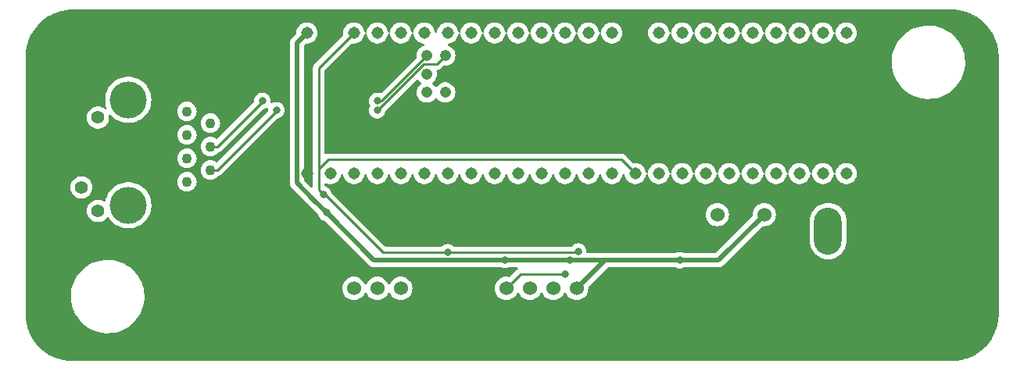
<source format=gbr>
%TF.GenerationSoftware,KiCad,Pcbnew,7.0.7*%
%TF.CreationDate,2023-10-30T23:08:10-05:00*%
%TF.ProjectId,Raman_Spectrometer_Board,52616d61-6e5f-4537-9065-6374726f6d65,rev?*%
%TF.SameCoordinates,Original*%
%TF.FileFunction,Copper,L2,Bot*%
%TF.FilePolarity,Positive*%
%FSLAX46Y46*%
G04 Gerber Fmt 4.6, Leading zero omitted, Abs format (unit mm)*
G04 Created by KiCad (PCBNEW 7.0.7) date 2023-10-30 23:08:10*
%MOMM*%
%LPD*%
G01*
G04 APERTURE LIST*
%TA.AperFunction,ComponentPad*%
%ADD10O,3.000000X5.100000*%
%TD*%
%TA.AperFunction,ComponentPad*%
%ADD11C,1.524000*%
%TD*%
%TA.AperFunction,ComponentPad*%
%ADD12C,1.100000*%
%TD*%
%TA.AperFunction,ComponentPad*%
%ADD13C,1.400000*%
%TD*%
%TA.AperFunction,ComponentPad*%
%ADD14C,4.000000*%
%TD*%
%TA.AperFunction,ComponentPad*%
%ADD15C,2.000000*%
%TD*%
%TA.AperFunction,ComponentPad*%
%ADD16C,1.308000*%
%TD*%
%TA.AperFunction,ComponentPad*%
%ADD17C,1.208000*%
%TD*%
%TA.AperFunction,ViaPad*%
%ADD18C,0.800000*%
%TD*%
%TA.AperFunction,Conductor*%
%ADD19C,0.508000*%
%TD*%
%TA.AperFunction,Conductor*%
%ADD20C,0.254000*%
%TD*%
%TA.AperFunction,Conductor*%
%ADD21C,0.250000*%
%TD*%
G04 APERTURE END LIST*
D10*
%TO.P,Conn1,1,GND*%
%TO.N,GND*%
X109284800Y-67691000D03*
%TO.P,Conn1,2,V+Log*%
%TO.N,+12V*%
X109284800Y-59817000D03*
%TD*%
D11*
%TO.P,Conn2,1*%
%TO.N,+5V*%
X82042000Y-66040000D03*
%TO.P,Conn2,2*%
%TO.N,CCD_CLK_5V*%
X79502000Y-66040000D03*
%TO.P,Conn2,3*%
%TO.N,CCD_ROG_5V*%
X76962000Y-66040000D03*
%TO.P,Conn2,4*%
%TO.N,CCD_Vout*%
X74422000Y-66040000D03*
%TO.P,Conn2,5*%
%TO.N,GND*%
X71882000Y-66040000D03*
%TD*%
D12*
%TO.P,J1,1*%
%TO.N,T+*%
X39826500Y-46863000D03*
%TO.P,J1,2*%
%TO.N,Net-(C1-Pad1)*%
X42366500Y-48133000D03*
%TO.P,J1,3*%
%TO.N,T-*%
X39826500Y-49403000D03*
%TO.P,J1,4*%
%TO.N,R+*%
X42366500Y-50673000D03*
%TO.P,J1,5*%
%TO.N,Net-(C1-Pad1)*%
X39826500Y-51943000D03*
%TO.P,J1,6*%
%TO.N,R-*%
X42366500Y-53213000D03*
%TO.P,J1,7*%
%TO.N,unconnected-(J1-Pad7)*%
X39826500Y-54483000D03*
%TO.P,J1,8*%
%TO.N,GND*%
X42366500Y-55753000D03*
D13*
%TO.P,J1,9*%
X28396500Y-44983000D03*
%TO.P,J1,10*%
%TO.N,LED*%
X30186500Y-47523000D03*
%TO.P,J1,11*%
%TO.N,unconnected-(J1-Pad11)*%
X28396500Y-55093000D03*
%TO.P,J1,12*%
%TO.N,unconnected-(J1-Pad12)*%
X30186500Y-57633000D03*
D14*
%TO.P,J1,13*%
%TO.N,N/C*%
X33476500Y-45593000D03*
%TO.P,J1,14*%
X33476500Y-57023000D03*
D15*
%TO.P,J1,SH*%
%TO.N,GND*%
X36526500Y-43433000D03*
X36526500Y-59183000D03*
%TD*%
D11*
%TO.P,U2,1,Vi*%
%TO.N,+12V*%
X97282000Y-58039000D03*
%TO.P,U2,2,GND*%
%TO.N,GND*%
X99822000Y-58039000D03*
%TO.P,U2,3,Vo*%
%TO.N,+5V*%
X102362000Y-58039000D03*
%TD*%
%TO.P,Conn3,1*%
%TO.N,+12V*%
X62992000Y-66040000D03*
%TO.P,Conn3,2*%
%TO.N,Red_LED*%
X60452000Y-66040000D03*
%TO.P,Conn3,3*%
%TO.N,Green_LED*%
X57912000Y-66040000D03*
%TO.P,Conn3,4*%
%TO.N,GND*%
X55372000Y-66040000D03*
X55372000Y-66040000D03*
%TD*%
D16*
%TO.P,U1,0,RX1*%
%TO.N,Green_LED*%
X55372000Y-53594000D03*
%TO.P,U1,1,TX1*%
%TO.N,Red_LED*%
X57912000Y-53594000D03*
%TO.P,U1,2,OUT2*%
%TO.N,unconnected-(U1-OUT2-Pad2)*%
X60452000Y-53594000D03*
%TO.P,U1,3,LRCLK2*%
%TO.N,unconnected-(U1-LRCLK2-Pad3)*%
X62992000Y-53594000D03*
%TO.P,U1,3.3V_1,3.3V*%
%TO.N,+3V3*%
X88392000Y-53594000D03*
%TO.P,U1,3.3V_2,3.3V*%
X57912000Y-38354000D03*
%TO.P,U1,4,BCLK2*%
%TO.N,unconnected-(U1-BCLK2-Pad4)*%
X65532000Y-53594000D03*
%TO.P,U1,5,IN2*%
%TO.N,unconnected-(U1-IN2-Pad5)*%
X68072000Y-53594000D03*
%TO.P,U1,6,OUT1D*%
%TO.N,unconnected-(U1-OUT1D-Pad6)*%
X70612000Y-53594000D03*
%TO.P,U1,7,RX2*%
%TO.N,unconnected-(U1-RX2-Pad7)*%
X73152000Y-53594000D03*
%TO.P,U1,8,TX2*%
%TO.N,unconnected-(U1-TX2-Pad8)*%
X75692000Y-53594000D03*
%TO.P,U1,9,OUT1C*%
%TO.N,unconnected-(U1-OUT1C-Pad9)*%
X78232000Y-53594000D03*
%TO.P,U1,10,CS1*%
%TO.N,unconnected-(U1-CS1-Pad10)*%
X80772000Y-53594000D03*
%TO.P,U1,11,MOSI*%
%TO.N,unconnected-(U1-MOSI-Pad11)*%
X83312000Y-53594000D03*
%TO.P,U1,12,MISO*%
%TO.N,unconnected-(U1-MISO-Pad12)*%
X85852000Y-53594000D03*
%TO.P,U1,13,SCK*%
%TO.N,unconnected-(U1-SCK-Pad13)*%
X85852000Y-38354000D03*
%TO.P,U1,14,A0*%
%TO.N,unconnected-(U1-A0-Pad14)*%
X83312000Y-38354000D03*
%TO.P,U1,15,A1*%
%TO.N,unconnected-(U1-A1-Pad15)*%
X80772000Y-38354000D03*
%TO.P,U1,16,A2*%
%TO.N,unconnected-(U1-A2-Pad16)*%
X78232000Y-38354000D03*
%TO.P,U1,17,A3*%
%TO.N,unconnected-(U1-A3-Pad17)*%
X75692000Y-38354000D03*
%TO.P,U1,18,A4*%
%TO.N,unconnected-(U1-A4-Pad18)*%
X73152000Y-38354000D03*
%TO.P,U1,19,A5*%
%TO.N,unconnected-(U1-A5-Pad19)*%
X70612000Y-38354000D03*
%TO.P,U1,20,A6*%
%TO.N,unconnected-(U1-A6-Pad20)*%
X68072000Y-38354000D03*
%TO.P,U1,21,A7*%
%TO.N,unconnected-(U1-A7-Pad21)*%
X65532000Y-38354000D03*
%TO.P,U1,22,A8*%
%TO.N,unconnected-(U1-A8-Pad22)*%
X62992000Y-38354000D03*
%TO.P,U1,23,A9*%
%TO.N,unconnected-(U1-A9-Pad23)*%
X60452000Y-38354000D03*
%TO.P,U1,24,A10*%
%TO.N,CCD_ROG_3V3*%
X90932000Y-53594000D03*
%TO.P,U1,25,A11*%
%TO.N,CCD_CLK_3V3*%
X93472000Y-53594000D03*
%TO.P,U1,26,A12*%
%TO.N,CCD_Vout*%
X96012000Y-53594000D03*
%TO.P,U1,27,A13*%
%TO.N,unconnected-(U1-A13-Pad27)*%
X98552000Y-53594000D03*
%TO.P,U1,28,RX7*%
%TO.N,unconnected-(U1-RX7-Pad28)*%
X101092000Y-53594000D03*
%TO.P,U1,29,TX7*%
%TO.N,unconnected-(U1-TX7-Pad29)*%
X103632000Y-53594000D03*
%TO.P,U1,30,CRX3*%
%TO.N,unconnected-(U1-CRX3-Pad30)*%
X106172000Y-53594000D03*
%TO.P,U1,31,CTX3*%
%TO.N,unconnected-(U1-CTX3-Pad31)*%
X108712000Y-53594000D03*
%TO.P,U1,32,OUT1B*%
%TO.N,unconnected-(U1-OUT1B-Pad32)*%
X111252000Y-53594000D03*
%TO.P,U1,33,MCLK2*%
%TO.N,unconnected-(U1-MCLK2-Pad33)*%
X111252000Y-38354000D03*
%TO.P,U1,34,RX8*%
%TO.N,unconnected-(U1-RX8-Pad34)*%
X108712000Y-38354000D03*
%TO.P,U1,35,TX8*%
%TO.N,unconnected-(U1-TX8-Pad35)*%
X106172000Y-38354000D03*
%TO.P,U1,36,CS2*%
%TO.N,unconnected-(U1-CS2-Pad36)*%
X103632000Y-38354000D03*
%TO.P,U1,37,CS3*%
%TO.N,unconnected-(U1-CS3-Pad37)*%
X101092000Y-38354000D03*
%TO.P,U1,38,A14*%
%TO.N,unconnected-(U1-A14-Pad38)*%
X98552000Y-38354000D03*
%TO.P,U1,39,A15*%
%TO.N,unconnected-(U1-A15-Pad39)*%
X96012000Y-38354000D03*
%TO.P,U1,40,A16*%
%TO.N,unconnected-(U1-A16-Pad40)*%
X93472000Y-38354000D03*
%TO.P,U1,41,A17*%
%TO.N,unconnected-(U1-A17-Pad41)*%
X90932000Y-38354000D03*
%TO.P,U1,GND1,GND*%
%TO.N,GND*%
X52832000Y-53594000D03*
%TO.P,U1,GND2,GND*%
X88392000Y-38354000D03*
%TO.P,U1,GND3,GND*%
X55372000Y-38354000D03*
D17*
%TO.P,U1,GND5,GND*%
X67802000Y-42804000D03*
%TO.P,U1,LED,LED*%
%TO.N,LED*%
X65802000Y-42804000D03*
%TO.P,U1,R+,R+*%
%TO.N,R+*%
X65802000Y-40804000D03*
%TO.P,U1,R-,R-*%
%TO.N,R-*%
X67802000Y-40804000D03*
%TO.P,U1,T+,T+*%
%TO.N,T+*%
X67802000Y-44804000D03*
%TO.P,U1,T-,T-*%
%TO.N,T-*%
X65802000Y-44804000D03*
D16*
%TO.P,U1,VIN,VIN*%
%TO.N,+5V*%
X52832000Y-38354000D03*
%TD*%
D18*
%TO.N,GND*%
X89408000Y-56134000D03*
X59182000Y-56642000D03*
X77216000Y-59445000D03*
X78740000Y-58683000D03*
X59182000Y-64262000D03*
X76962000Y-56397000D03*
%TO.N,+5V*%
X93218000Y-62992000D03*
X81280000Y-62992000D03*
X54937000Y-57839000D03*
X74271500Y-62954500D03*
%TO.N,CCD_Vout*%
X80772000Y-64516000D03*
%TO.N,R+*%
X60452000Y-45720000D03*
X48006000Y-45720000D03*
%TO.N,R-*%
X60452000Y-46736000D03*
X49530000Y-46736000D03*
%TO.N,+3V3*%
X54610000Y-55880000D03*
X68072000Y-62138500D03*
X82210451Y-62052951D03*
%TD*%
D19*
%TO.N,+5V*%
X52832000Y-38354000D02*
X51724000Y-39462000D01*
X60090000Y-62992000D02*
X71628000Y-62992000D01*
X81280000Y-62992000D02*
X85090000Y-62992000D01*
X71628000Y-62992000D02*
X74168000Y-62992000D01*
X51724000Y-54626000D02*
X53540000Y-56442000D01*
X51724000Y-39462000D02*
X51724000Y-54626000D01*
X85090000Y-62992000D02*
X82042000Y-66040000D01*
X79502000Y-62992000D02*
X81280000Y-62992000D01*
X85090000Y-62992000D02*
X87122000Y-62992000D01*
X93218000Y-62992000D02*
X97409000Y-62992000D01*
X74168000Y-62992000D02*
X79502000Y-62992000D01*
X90424000Y-62992000D02*
X93218000Y-62992000D01*
X87122000Y-62992000D02*
X90424000Y-62992000D01*
X54937000Y-57839000D02*
X60090000Y-62992000D01*
X97409000Y-62992000D02*
X102362000Y-58039000D01*
X53540000Y-56442000D02*
X54937000Y-57839000D01*
D20*
%TO.N,CCD_Vout*%
X80772000Y-64516000D02*
X75946000Y-64516000D01*
X75946000Y-64516000D02*
X74422000Y-66040000D01*
%TO.N,R+*%
X60886000Y-45720000D02*
X65802000Y-40804000D01*
X48006000Y-45810000D02*
X43143000Y-50673000D01*
X48006000Y-45720000D02*
X48006000Y-45810000D01*
X43143000Y-50673000D02*
X42366500Y-50673000D01*
X48096000Y-45720000D02*
X48006000Y-45720000D01*
X48096000Y-45720000D02*
X48096000Y-45720000D01*
X60452000Y-45720000D02*
X60886000Y-45720000D01*
%TO.N,R-*%
X43143000Y-53213000D02*
X42366500Y-53213000D01*
X49530000Y-46826000D02*
X43143000Y-53213000D01*
X49620000Y-46736000D02*
X49620000Y-46736000D01*
X49620000Y-46736000D02*
X49530000Y-46736000D01*
X65513052Y-41735000D02*
X66871000Y-41735000D01*
X60512052Y-46736000D02*
X65513052Y-41735000D01*
X66871000Y-41735000D02*
X67802000Y-40804000D01*
X60452000Y-46736000D02*
X60512052Y-46736000D01*
X49530000Y-46736000D02*
X49530000Y-46826000D01*
D21*
%TO.N,+3V3*%
X82210451Y-62052951D02*
X82124902Y-62138500D01*
D20*
X54102000Y-53086000D02*
X54102000Y-42164000D01*
X54793000Y-55880000D02*
X54610000Y-55880000D01*
X61051500Y-62138500D02*
X54793000Y-55880000D01*
X54102000Y-55372000D02*
X54102000Y-53086000D01*
X68072000Y-62138500D02*
X61051500Y-62138500D01*
X86868000Y-52070000D02*
X55118000Y-52070000D01*
X88392000Y-53594000D02*
X86868000Y-52070000D01*
X82124902Y-62138500D02*
X68072000Y-62138500D01*
X55118000Y-52070000D02*
X54102000Y-53086000D01*
X54610000Y-55880000D02*
X54102000Y-55372000D01*
X54102000Y-42164000D02*
X57912000Y-38354000D01*
%TD*%
%TA.AperFunction,Conductor*%
%TO.N,GND*%
G36*
X122899525Y-35823496D02*
G01*
X123104732Y-35832456D01*
X123109654Y-35832870D01*
X123327755Y-35860056D01*
X123532849Y-35887058D01*
X123537420Y-35887837D01*
X123752399Y-35932913D01*
X123954714Y-35977766D01*
X123958969Y-35978869D01*
X124077715Y-36014222D01*
X124169449Y-36041533D01*
X124222220Y-36058171D01*
X124367378Y-36103939D01*
X124371180Y-36105277D01*
X124575265Y-36184912D01*
X124575908Y-36185163D01*
X124767763Y-36264632D01*
X124771234Y-36266196D01*
X124968710Y-36362737D01*
X124968733Y-36362748D01*
X125153061Y-36458704D01*
X125156169Y-36460437D01*
X125278039Y-36533054D01*
X125345108Y-36573019D01*
X125520522Y-36684771D01*
X125523212Y-36686586D01*
X125702304Y-36814456D01*
X125867405Y-36941142D01*
X125869733Y-36943019D01*
X126037753Y-37085323D01*
X126192324Y-37226962D01*
X126349037Y-37383675D01*
X126490676Y-37538246D01*
X126632979Y-37706265D01*
X126634856Y-37708593D01*
X126761543Y-37873695D01*
X126889412Y-38052786D01*
X126891244Y-38055501D01*
X127002986Y-38230901D01*
X127115561Y-38419829D01*
X127117294Y-38422937D01*
X127213251Y-38607266D01*
X127309786Y-38804731D01*
X127311366Y-38808235D01*
X127390836Y-39000091D01*
X127415465Y-39063209D01*
X127470708Y-39204785D01*
X127472072Y-39208657D01*
X127534466Y-39406549D01*
X127597124Y-39617014D01*
X127598232Y-39621286D01*
X127643099Y-39823663D01*
X127688157Y-40038559D01*
X127688946Y-40043191D01*
X127715952Y-40248318D01*
X127743126Y-40466322D01*
X127743543Y-40471288D01*
X127752512Y-40676701D01*
X127761500Y-40894000D01*
X127761500Y-68834000D01*
X127752512Y-69051298D01*
X127743543Y-69256710D01*
X127743126Y-69261676D01*
X127715952Y-69479681D01*
X127688946Y-69684807D01*
X127688157Y-69689439D01*
X127643099Y-69904336D01*
X127598232Y-70106712D01*
X127597124Y-70110984D01*
X127534466Y-70321450D01*
X127472072Y-70519341D01*
X127470700Y-70523236D01*
X127390836Y-70727908D01*
X127311366Y-70919763D01*
X127309786Y-70923267D01*
X127213251Y-71120733D01*
X127117294Y-71305061D01*
X127115561Y-71308169D01*
X127002986Y-71497098D01*
X126891244Y-71672497D01*
X126889412Y-71675212D01*
X126761543Y-71854304D01*
X126634856Y-72019405D01*
X126632979Y-72021733D01*
X126490676Y-72189753D01*
X126349037Y-72344324D01*
X126192324Y-72501037D01*
X126037753Y-72642676D01*
X125869733Y-72784979D01*
X125867405Y-72786856D01*
X125702304Y-72913543D01*
X125523212Y-73041412D01*
X125520497Y-73043244D01*
X125345098Y-73154986D01*
X125156169Y-73267561D01*
X125153061Y-73269294D01*
X124968733Y-73365251D01*
X124771267Y-73461786D01*
X124767763Y-73463366D01*
X124575908Y-73542836D01*
X124371236Y-73622700D01*
X124367341Y-73624072D01*
X124169450Y-73686466D01*
X123958984Y-73749124D01*
X123954712Y-73750232D01*
X123752336Y-73795099D01*
X123537439Y-73840157D01*
X123532807Y-73840946D01*
X123327681Y-73867952D01*
X123109676Y-73895126D01*
X123104710Y-73895543D01*
X122899298Y-73904512D01*
X122682000Y-73913500D01*
X27432000Y-73913500D01*
X27214701Y-73904512D01*
X27009288Y-73895543D01*
X27004322Y-73895126D01*
X26786318Y-73867952D01*
X26581191Y-73840946D01*
X26576559Y-73840157D01*
X26361663Y-73795099D01*
X26159286Y-73750232D01*
X26155014Y-73749124D01*
X25944549Y-73686466D01*
X25746657Y-73624072D01*
X25742785Y-73622708D01*
X25610255Y-73570995D01*
X25538091Y-73542836D01*
X25346235Y-73463366D01*
X25342731Y-73461786D01*
X25145266Y-73365251D01*
X24960937Y-73269294D01*
X24957829Y-73267561D01*
X24768901Y-73154986D01*
X24593501Y-73043244D01*
X24590786Y-73041412D01*
X24411695Y-72913543D01*
X24246593Y-72786856D01*
X24244265Y-72784979D01*
X24076246Y-72642676D01*
X23921675Y-72501037D01*
X23764962Y-72344324D01*
X23623323Y-72189753D01*
X23481019Y-72021733D01*
X23479142Y-72019405D01*
X23352456Y-71854304D01*
X23224586Y-71675212D01*
X23222771Y-71672522D01*
X23111013Y-71497098D01*
X23071054Y-71430039D01*
X22998437Y-71308169D01*
X22996704Y-71305061D01*
X22900748Y-71120733D01*
X22804196Y-70923234D01*
X22802632Y-70919763D01*
X22723163Y-70727908D01*
X22699671Y-70667704D01*
X22643277Y-70523180D01*
X22641939Y-70519378D01*
X22579533Y-70321449D01*
X22548230Y-70216307D01*
X22516869Y-70110969D01*
X22515766Y-70106712D01*
X22514391Y-70100511D01*
X22470913Y-69904399D01*
X22425837Y-69689420D01*
X22425058Y-69684849D01*
X22398047Y-69479681D01*
X22370870Y-69261654D01*
X22370456Y-69256732D01*
X22361487Y-69051298D01*
X22352500Y-68834000D01*
X22352500Y-68833500D01*
X22352500Y-67028187D01*
X27264590Y-67028187D01*
X27294230Y-67423711D01*
X27294231Y-67423724D01*
X27363108Y-67814339D01*
X27470530Y-68196137D01*
X27470534Y-68196151D01*
X27615435Y-68565353D01*
X27615440Y-68565365D01*
X27753161Y-68834000D01*
X27796391Y-68918323D01*
X28011586Y-69251509D01*
X28193547Y-69479681D01*
X28258895Y-69561625D01*
X28535823Y-69845544D01*
X28535833Y-69845554D01*
X28839676Y-70100508D01*
X29167394Y-70323942D01*
X29515730Y-70513636D01*
X29881223Y-70667704D01*
X29881232Y-70667706D01*
X29881238Y-70667709D01*
X30260235Y-70784614D01*
X30260248Y-70784617D01*
X30648999Y-70863205D01*
X30649014Y-70863208D01*
X30987300Y-70897058D01*
X31043680Y-70902700D01*
X31043681Y-70902700D01*
X31341103Y-70902700D01*
X31539130Y-70892816D01*
X31638145Y-70887875D01*
X32030353Y-70828759D01*
X32414726Y-70730886D01*
X32787445Y-70595228D01*
X33144803Y-70423133D01*
X33483251Y-70216312D01*
X33799424Y-69976820D01*
X34090181Y-69707037D01*
X34352631Y-69409645D01*
X34584166Y-69087600D01*
X34782485Y-68744101D01*
X34945617Y-68382563D01*
X35071941Y-68006578D01*
X35160201Y-67619885D01*
X35209521Y-67226325D01*
X35214895Y-67010824D01*
X35219409Y-66829826D01*
X35219409Y-66829810D01*
X35207708Y-66673666D01*
X35189769Y-66434280D01*
X35120893Y-66043668D01*
X35119862Y-66040002D01*
X56644677Y-66040002D01*
X56663929Y-66260062D01*
X56663930Y-66260070D01*
X56721104Y-66473445D01*
X56721105Y-66473447D01*
X56721106Y-66473450D01*
X56754382Y-66544811D01*
X56814466Y-66673662D01*
X56814468Y-66673666D01*
X56941170Y-66854615D01*
X56941175Y-66854621D01*
X57097378Y-67010824D01*
X57097384Y-67010829D01*
X57278333Y-67137531D01*
X57278335Y-67137532D01*
X57278338Y-67137534D01*
X57478550Y-67230894D01*
X57691932Y-67288070D01*
X57849123Y-67301822D01*
X57911998Y-67307323D01*
X57912000Y-67307323D01*
X57912002Y-67307323D01*
X57967017Y-67302509D01*
X58132068Y-67288070D01*
X58345450Y-67230894D01*
X58545662Y-67137534D01*
X58726620Y-67010826D01*
X58882826Y-66854620D01*
X59009534Y-66673662D01*
X59069617Y-66544811D01*
X59115790Y-66492371D01*
X59182983Y-66473219D01*
X59249865Y-66493435D01*
X59294382Y-66544811D01*
X59354464Y-66673658D01*
X59354468Y-66673666D01*
X59481170Y-66854615D01*
X59481175Y-66854621D01*
X59637378Y-67010824D01*
X59637384Y-67010829D01*
X59818333Y-67137531D01*
X59818335Y-67137532D01*
X59818338Y-67137534D01*
X60018550Y-67230894D01*
X60231932Y-67288070D01*
X60389123Y-67301822D01*
X60451998Y-67307323D01*
X60452000Y-67307323D01*
X60452002Y-67307323D01*
X60507016Y-67302509D01*
X60672068Y-67288070D01*
X60885450Y-67230894D01*
X61085662Y-67137534D01*
X61266620Y-67010826D01*
X61422826Y-66854620D01*
X61549534Y-66673662D01*
X61609617Y-66544811D01*
X61655790Y-66492371D01*
X61722983Y-66473219D01*
X61789865Y-66493435D01*
X61834382Y-66544811D01*
X61894464Y-66673658D01*
X61894468Y-66673666D01*
X62021170Y-66854615D01*
X62021175Y-66854621D01*
X62177378Y-67010824D01*
X62177384Y-67010829D01*
X62358333Y-67137531D01*
X62358335Y-67137532D01*
X62358338Y-67137534D01*
X62558550Y-67230894D01*
X62771932Y-67288070D01*
X62929123Y-67301822D01*
X62991998Y-67307323D01*
X62992000Y-67307323D01*
X62992002Y-67307323D01*
X63047017Y-67302509D01*
X63212068Y-67288070D01*
X63425450Y-67230894D01*
X63625662Y-67137534D01*
X63806620Y-67010826D01*
X63962826Y-66854620D01*
X64089534Y-66673662D01*
X64182894Y-66473450D01*
X64240070Y-66260068D01*
X64259323Y-66040000D01*
X64240070Y-65819932D01*
X64182894Y-65606550D01*
X64089534Y-65406339D01*
X64009926Y-65292646D01*
X63962827Y-65225381D01*
X63894283Y-65156837D01*
X63806620Y-65069174D01*
X63806616Y-65069171D01*
X63806615Y-65069170D01*
X63625666Y-64942468D01*
X63625662Y-64942466D01*
X63619657Y-64939666D01*
X63425450Y-64849106D01*
X63425447Y-64849105D01*
X63425445Y-64849104D01*
X63212070Y-64791930D01*
X63212062Y-64791929D01*
X62992002Y-64772677D01*
X62991998Y-64772677D01*
X62771937Y-64791929D01*
X62771929Y-64791930D01*
X62558554Y-64849104D01*
X62558548Y-64849107D01*
X62358340Y-64942465D01*
X62358338Y-64942466D01*
X62177377Y-65069175D01*
X62021175Y-65225377D01*
X61894466Y-65406338D01*
X61894465Y-65406340D01*
X61834382Y-65535189D01*
X61788209Y-65587628D01*
X61721016Y-65606780D01*
X61654135Y-65586564D01*
X61609618Y-65535189D01*
X61549534Y-65406340D01*
X61549533Y-65406338D01*
X61422827Y-65225381D01*
X61354283Y-65156837D01*
X61266620Y-65069174D01*
X61266616Y-65069171D01*
X61266615Y-65069170D01*
X61085666Y-64942468D01*
X61085662Y-64942466D01*
X61079657Y-64939666D01*
X60885450Y-64849106D01*
X60885447Y-64849105D01*
X60885445Y-64849104D01*
X60672070Y-64791930D01*
X60672062Y-64791929D01*
X60452002Y-64772677D01*
X60451998Y-64772677D01*
X60231937Y-64791929D01*
X60231929Y-64791930D01*
X60018554Y-64849104D01*
X60018548Y-64849107D01*
X59818340Y-64942465D01*
X59818338Y-64942466D01*
X59637377Y-65069175D01*
X59481175Y-65225377D01*
X59354466Y-65406338D01*
X59354465Y-65406340D01*
X59294382Y-65535189D01*
X59248209Y-65587628D01*
X59181016Y-65606780D01*
X59114135Y-65586564D01*
X59069618Y-65535189D01*
X59009534Y-65406340D01*
X59009533Y-65406338D01*
X58882827Y-65225381D01*
X58814283Y-65156837D01*
X58726620Y-65069174D01*
X58726616Y-65069171D01*
X58726615Y-65069170D01*
X58545666Y-64942468D01*
X58545662Y-64942466D01*
X58539657Y-64939666D01*
X58345450Y-64849106D01*
X58345447Y-64849105D01*
X58345445Y-64849104D01*
X58132070Y-64791930D01*
X58132062Y-64791929D01*
X57912002Y-64772677D01*
X57911998Y-64772677D01*
X57691937Y-64791929D01*
X57691929Y-64791930D01*
X57478554Y-64849104D01*
X57478548Y-64849107D01*
X57278340Y-64942465D01*
X57278338Y-64942466D01*
X57097377Y-65069175D01*
X56941175Y-65225377D01*
X56814466Y-65406338D01*
X56814465Y-65406340D01*
X56721107Y-65606548D01*
X56721104Y-65606554D01*
X56663930Y-65819929D01*
X56663929Y-65819937D01*
X56644677Y-66039997D01*
X56644677Y-66040002D01*
X35119862Y-66040002D01*
X35013467Y-65661854D01*
X34991763Y-65606554D01*
X34868564Y-65292646D01*
X34868559Y-65292634D01*
X34834078Y-65225377D01*
X34687609Y-64939677D01*
X34472414Y-64606491D01*
X34225114Y-64296386D01*
X34225111Y-64296383D01*
X34225104Y-64296374D01*
X33948176Y-64012455D01*
X33948173Y-64012452D01*
X33948172Y-64012451D01*
X33948167Y-64012446D01*
X33644324Y-63757492D01*
X33531346Y-63680465D01*
X33316605Y-63534057D01*
X33200494Y-63470826D01*
X32968270Y-63344364D01*
X32968262Y-63344360D01*
X32968259Y-63344359D01*
X32602777Y-63190296D01*
X32602761Y-63190290D01*
X32223764Y-63073385D01*
X32223751Y-63073382D01*
X31835000Y-62994794D01*
X31834979Y-62994791D01*
X31440320Y-62955300D01*
X31440319Y-62955300D01*
X31142899Y-62955300D01*
X31142897Y-62955300D01*
X30845855Y-62970124D01*
X30453647Y-63029241D01*
X30069272Y-63127114D01*
X29696549Y-63262774D01*
X29339191Y-63434869D01*
X29000753Y-63641684D01*
X29000742Y-63641692D01*
X28684575Y-63881180D01*
X28684572Y-63881182D01*
X28393813Y-64150968D01*
X28131365Y-64448359D01*
X27899839Y-64770393D01*
X27899826Y-64770413D01*
X27701516Y-65113896D01*
X27538382Y-65475437D01*
X27412059Y-65851419D01*
X27323799Y-66238111D01*
X27274478Y-66631681D01*
X27264590Y-67028173D01*
X27264590Y-67028187D01*
X22352500Y-67028187D01*
X22352500Y-57633000D01*
X28980857Y-57633000D01*
X29001384Y-57854535D01*
X29001385Y-57854537D01*
X29062269Y-58068523D01*
X29062275Y-58068538D01*
X29161438Y-58267683D01*
X29161443Y-58267691D01*
X29295520Y-58445238D01*
X29459937Y-58595123D01*
X29459939Y-58595125D01*
X29649095Y-58712245D01*
X29649096Y-58712245D01*
X29649099Y-58712247D01*
X29856560Y-58792618D01*
X30075257Y-58833500D01*
X30075259Y-58833500D01*
X30297741Y-58833500D01*
X30297743Y-58833500D01*
X30516440Y-58792618D01*
X30723901Y-58712247D01*
X30913062Y-58595124D01*
X31077481Y-58445236D01*
X31154464Y-58343293D01*
X31210571Y-58301658D01*
X31280283Y-58296966D01*
X31341465Y-58330708D01*
X31358114Y-58351578D01*
X31449555Y-58495667D01*
X31650106Y-58738090D01*
X31650108Y-58738092D01*
X31650110Y-58738094D01*
X31773134Y-58853621D01*
X31879468Y-58953476D01*
X31879478Y-58953484D01*
X32134004Y-59138408D01*
X32134009Y-59138410D01*
X32134016Y-59138416D01*
X32409734Y-59289994D01*
X32409739Y-59289996D01*
X32409741Y-59289997D01*
X32409742Y-59289998D01*
X32702271Y-59405818D01*
X32702274Y-59405819D01*
X33007023Y-59484065D01*
X33007027Y-59484066D01*
X33072510Y-59492338D01*
X33319170Y-59523499D01*
X33319179Y-59523499D01*
X33319182Y-59523500D01*
X33319184Y-59523500D01*
X33633816Y-59523500D01*
X33633818Y-59523500D01*
X33633821Y-59523499D01*
X33633829Y-59523499D01*
X33820093Y-59499968D01*
X33945973Y-59484066D01*
X34250725Y-59405819D01*
X34439457Y-59331095D01*
X34543257Y-59289998D01*
X34543258Y-59289997D01*
X34543256Y-59289997D01*
X34543266Y-59289994D01*
X34818984Y-59138416D01*
X35073530Y-58953478D01*
X35302890Y-58738094D01*
X35503447Y-58495663D01*
X35672037Y-58230007D01*
X35806003Y-57945315D01*
X35903231Y-57646079D01*
X35962188Y-57337015D01*
X35967584Y-57251254D01*
X35981944Y-57023005D01*
X35981944Y-57022994D01*
X35962189Y-56708995D01*
X35962188Y-56708988D01*
X35962188Y-56708985D01*
X35903231Y-56399921D01*
X35806003Y-56100685D01*
X35672037Y-55815993D01*
X35595676Y-55695667D01*
X35503448Y-55550338D01*
X35503445Y-55550334D01*
X35302893Y-55307909D01*
X35302891Y-55307907D01*
X35195555Y-55207111D01*
X35073530Y-55092522D01*
X35073527Y-55092520D01*
X35073521Y-55092515D01*
X34818995Y-54907591D01*
X34818988Y-54907586D01*
X34818984Y-54907584D01*
X34543266Y-54756006D01*
X34543263Y-54756004D01*
X34543258Y-54756002D01*
X34543257Y-54756001D01*
X34250728Y-54640181D01*
X34250725Y-54640180D01*
X33945976Y-54561934D01*
X33945963Y-54561932D01*
X33633829Y-54522500D01*
X33633818Y-54522500D01*
X33319182Y-54522500D01*
X33319170Y-54522500D01*
X33007036Y-54561932D01*
X33007023Y-54561934D01*
X32702274Y-54640180D01*
X32702271Y-54640181D01*
X32409742Y-54756001D01*
X32409741Y-54756002D01*
X32134016Y-54907584D01*
X32134004Y-54907591D01*
X31879478Y-55092515D01*
X31879468Y-55092523D01*
X31650108Y-55307907D01*
X31650106Y-55307909D01*
X31449554Y-55550334D01*
X31449551Y-55550338D01*
X31280964Y-55815990D01*
X31280961Y-55815996D01*
X31146999Y-56100678D01*
X31146997Y-56100683D01*
X31123745Y-56172247D01*
X31049769Y-56399921D01*
X31035756Y-56473382D01*
X31022886Y-56540849D01*
X30990987Y-56603012D01*
X30930545Y-56638062D01*
X30860748Y-56634870D01*
X30835805Y-56623040D01*
X30723904Y-56553754D01*
X30723898Y-56553752D01*
X30516440Y-56473382D01*
X30297743Y-56432500D01*
X30075257Y-56432500D01*
X29856560Y-56473382D01*
X29725364Y-56524207D01*
X29649101Y-56553752D01*
X29649095Y-56553754D01*
X29459939Y-56670874D01*
X29459937Y-56670876D01*
X29295520Y-56820761D01*
X29161443Y-56998308D01*
X29161438Y-56998316D01*
X29062275Y-57197461D01*
X29062269Y-57197476D01*
X29001385Y-57411462D01*
X29001384Y-57411464D01*
X28980857Y-57632999D01*
X28980857Y-57633000D01*
X22352500Y-57633000D01*
X22352500Y-55093000D01*
X27190857Y-55093000D01*
X27211384Y-55314535D01*
X27211385Y-55314537D01*
X27272269Y-55528523D01*
X27272275Y-55528538D01*
X27371438Y-55727683D01*
X27371443Y-55727691D01*
X27505520Y-55905238D01*
X27669937Y-56055123D01*
X27669939Y-56055125D01*
X27859095Y-56172245D01*
X27859096Y-56172245D01*
X27859099Y-56172247D01*
X28066560Y-56252618D01*
X28285257Y-56293500D01*
X28285259Y-56293500D01*
X28507741Y-56293500D01*
X28507743Y-56293500D01*
X28726440Y-56252618D01*
X28933901Y-56172247D01*
X29123062Y-56055124D01*
X29287481Y-55905236D01*
X29421558Y-55727689D01*
X29520729Y-55528528D01*
X29581615Y-55314536D01*
X29602143Y-55093000D01*
X29600674Y-55077152D01*
X29581615Y-54871464D01*
X29581614Y-54871462D01*
X29561618Y-54801184D01*
X29520729Y-54657472D01*
X29520724Y-54657461D01*
X29433852Y-54483000D01*
X38770917Y-54483000D01*
X38791199Y-54688932D01*
X38811546Y-54756006D01*
X38851268Y-54886954D01*
X38948815Y-55069450D01*
X38977995Y-55105006D01*
X39080089Y-55229410D01*
X39169424Y-55302724D01*
X39240050Y-55360685D01*
X39422546Y-55458232D01*
X39620566Y-55518300D01*
X39620565Y-55518300D01*
X39639029Y-55520118D01*
X39826500Y-55538583D01*
X40032434Y-55518300D01*
X40230454Y-55458232D01*
X40412950Y-55360685D01*
X40572910Y-55229410D01*
X40704185Y-55069450D01*
X40801732Y-54886954D01*
X40861800Y-54688934D01*
X40870174Y-54603908D01*
X50964684Y-54603908D01*
X50969264Y-54656241D01*
X50969500Y-54661648D01*
X50969500Y-54669946D01*
X50973325Y-54702674D01*
X50980056Y-54779610D01*
X50981516Y-54786677D01*
X50981464Y-54786687D01*
X50983123Y-54794167D01*
X50983174Y-54794155D01*
X50984839Y-54801180D01*
X51011247Y-54873740D01*
X51035535Y-54947034D01*
X51038586Y-54953575D01*
X51038536Y-54953598D01*
X51041876Y-54960497D01*
X51041925Y-54960473D01*
X51045162Y-54966920D01*
X51045164Y-54966924D01*
X51087598Y-55031444D01*
X51087599Y-55031444D01*
X51128131Y-55097156D01*
X51132611Y-55102822D01*
X51132569Y-55102855D01*
X51137401Y-55108786D01*
X51137443Y-55108752D01*
X51142081Y-55114280D01*
X51142085Y-55114285D01*
X51161764Y-55132851D01*
X51198247Y-55167272D01*
X52944130Y-56913154D01*
X54026951Y-57995975D01*
X54057201Y-58045338D01*
X54109818Y-58207277D01*
X54109821Y-58207284D01*
X54204467Y-58371216D01*
X54271115Y-58445236D01*
X54331129Y-58511888D01*
X54484265Y-58623148D01*
X54484270Y-58623151D01*
X54657191Y-58700142D01*
X54657193Y-58700142D01*
X54657197Y-58700144D01*
X54715148Y-58712461D01*
X54776627Y-58745653D01*
X54777046Y-58746070D01*
X59511234Y-63480258D01*
X59523015Y-63493890D01*
X59537461Y-63513294D01*
X59577715Y-63547071D01*
X59581687Y-63550711D01*
X59587559Y-63556583D01*
X59587558Y-63556583D01*
X59609479Y-63573915D01*
X59613414Y-63577026D01*
X59672573Y-63626667D01*
X59672577Y-63626669D01*
X59678608Y-63630636D01*
X59678578Y-63630681D01*
X59685030Y-63634791D01*
X59685059Y-63634746D01*
X59691204Y-63638536D01*
X59691207Y-63638537D01*
X59691208Y-63638538D01*
X59761183Y-63671168D01*
X59830189Y-63705824D01*
X59830193Y-63705825D01*
X59836976Y-63708294D01*
X59836956Y-63708346D01*
X59844184Y-63710859D01*
X59844202Y-63710807D01*
X59851060Y-63713079D01*
X59926677Y-63728692D01*
X60001812Y-63746500D01*
X60001821Y-63746500D01*
X60008985Y-63747338D01*
X60008978Y-63747391D01*
X60016595Y-63748169D01*
X60016600Y-63748116D01*
X60023789Y-63748745D01*
X60023792Y-63748744D01*
X60023793Y-63748745D01*
X60100947Y-63746500D01*
X71539812Y-63746500D01*
X73810042Y-63746500D01*
X73860478Y-63757221D01*
X73991692Y-63815642D01*
X73991697Y-63815644D01*
X74176854Y-63855000D01*
X74176855Y-63855000D01*
X74366144Y-63855000D01*
X74366146Y-63855000D01*
X74551303Y-63815644D01*
X74653409Y-63770183D01*
X74682522Y-63757221D01*
X74732958Y-63746500D01*
X75555926Y-63746500D01*
X75622965Y-63766185D01*
X75668720Y-63818989D01*
X75678664Y-63888147D01*
X75649639Y-63951703D01*
X75628809Y-63970820D01*
X75603473Y-63989227D01*
X75598591Y-63992433D01*
X75558341Y-64016238D01*
X75544107Y-64030472D01*
X75529318Y-64043104D01*
X75513032Y-64054937D01*
X75483227Y-64090963D01*
X75479295Y-64095285D01*
X74803564Y-64771015D01*
X74742241Y-64804500D01*
X74683791Y-64803109D01*
X74642073Y-64791931D01*
X74642070Y-64791930D01*
X74642068Y-64791930D01*
X74521570Y-64781388D01*
X74422002Y-64772677D01*
X74421998Y-64772677D01*
X74201937Y-64791929D01*
X74201929Y-64791930D01*
X73988554Y-64849104D01*
X73988548Y-64849107D01*
X73788340Y-64942465D01*
X73788338Y-64942466D01*
X73607377Y-65069175D01*
X73451175Y-65225377D01*
X73324466Y-65406338D01*
X73324465Y-65406340D01*
X73231107Y-65606548D01*
X73231104Y-65606554D01*
X73173930Y-65819929D01*
X73173929Y-65819937D01*
X73154677Y-66039997D01*
X73154677Y-66040002D01*
X73173929Y-66260062D01*
X73173930Y-66260070D01*
X73231104Y-66473445D01*
X73231105Y-66473447D01*
X73231106Y-66473450D01*
X73264382Y-66544811D01*
X73324466Y-66673662D01*
X73324468Y-66673666D01*
X73451170Y-66854615D01*
X73451175Y-66854621D01*
X73607378Y-67010824D01*
X73607384Y-67010829D01*
X73788333Y-67137531D01*
X73788335Y-67137532D01*
X73788338Y-67137534D01*
X73988550Y-67230894D01*
X74201932Y-67288070D01*
X74359123Y-67301822D01*
X74421998Y-67307323D01*
X74422000Y-67307323D01*
X74422002Y-67307323D01*
X74477016Y-67302509D01*
X74642068Y-67288070D01*
X74855450Y-67230894D01*
X75055662Y-67137534D01*
X75236620Y-67010826D01*
X75392826Y-66854620D01*
X75519534Y-66673662D01*
X75579617Y-66544811D01*
X75625790Y-66492371D01*
X75692983Y-66473219D01*
X75759865Y-66493435D01*
X75804382Y-66544811D01*
X75864464Y-66673658D01*
X75864468Y-66673666D01*
X75991170Y-66854615D01*
X75991175Y-66854621D01*
X76147378Y-67010824D01*
X76147384Y-67010829D01*
X76328333Y-67137531D01*
X76328335Y-67137532D01*
X76328338Y-67137534D01*
X76528550Y-67230894D01*
X76741932Y-67288070D01*
X76899123Y-67301822D01*
X76961998Y-67307323D01*
X76962000Y-67307323D01*
X76962002Y-67307323D01*
X77017016Y-67302509D01*
X77182068Y-67288070D01*
X77395450Y-67230894D01*
X77595662Y-67137534D01*
X77776620Y-67010826D01*
X77932826Y-66854620D01*
X78059534Y-66673662D01*
X78119617Y-66544811D01*
X78165790Y-66492371D01*
X78232983Y-66473219D01*
X78299865Y-66493435D01*
X78344382Y-66544811D01*
X78404464Y-66673658D01*
X78404468Y-66673666D01*
X78531170Y-66854615D01*
X78531175Y-66854621D01*
X78687378Y-67010824D01*
X78687384Y-67010829D01*
X78868333Y-67137531D01*
X78868335Y-67137532D01*
X78868338Y-67137534D01*
X79068550Y-67230894D01*
X79281932Y-67288070D01*
X79439123Y-67301822D01*
X79501998Y-67307323D01*
X79502000Y-67307323D01*
X79502002Y-67307323D01*
X79557017Y-67302509D01*
X79722068Y-67288070D01*
X79935450Y-67230894D01*
X80135662Y-67137534D01*
X80316620Y-67010826D01*
X80472826Y-66854620D01*
X80599534Y-66673662D01*
X80659617Y-66544811D01*
X80705790Y-66492371D01*
X80772983Y-66473219D01*
X80839865Y-66493435D01*
X80884382Y-66544811D01*
X80944464Y-66673658D01*
X80944468Y-66673666D01*
X81071170Y-66854615D01*
X81071175Y-66854621D01*
X81227378Y-67010824D01*
X81227384Y-67010829D01*
X81408333Y-67137531D01*
X81408335Y-67137532D01*
X81408338Y-67137534D01*
X81608550Y-67230894D01*
X81821932Y-67288070D01*
X81979123Y-67301822D01*
X82041998Y-67307323D01*
X82042000Y-67307323D01*
X82042002Y-67307323D01*
X82097016Y-67302509D01*
X82262068Y-67288070D01*
X82475450Y-67230894D01*
X82675662Y-67137534D01*
X82856620Y-67010826D01*
X83012826Y-66854620D01*
X83139534Y-66673662D01*
X83232894Y-66473450D01*
X83290070Y-66260068D01*
X83309323Y-66040000D01*
X83298248Y-65913414D01*
X83312014Y-65844916D01*
X83334092Y-65814930D01*
X85366204Y-63782819D01*
X85427528Y-63749334D01*
X85453886Y-63746500D01*
X87033812Y-63746500D01*
X90335812Y-63746500D01*
X92684169Y-63746500D01*
X92751208Y-63766185D01*
X92757056Y-63770183D01*
X92765269Y-63776150D01*
X92765270Y-63776151D01*
X92938192Y-63853142D01*
X92938197Y-63853144D01*
X93123354Y-63892500D01*
X93123355Y-63892500D01*
X93312644Y-63892500D01*
X93312646Y-63892500D01*
X93497803Y-63853144D01*
X93670730Y-63776151D01*
X93678944Y-63770182D01*
X93744750Y-63746702D01*
X93751831Y-63746500D01*
X97345000Y-63746500D01*
X97362969Y-63747809D01*
X97368350Y-63748596D01*
X97386906Y-63751315D01*
X97439248Y-63746735D01*
X97444649Y-63746500D01*
X97452934Y-63746500D01*
X97452941Y-63746500D01*
X97485674Y-63742674D01*
X97562612Y-63735943D01*
X97562615Y-63735941D01*
X97569693Y-63734481D01*
X97569704Y-63734535D01*
X97577163Y-63732881D01*
X97577151Y-63732827D01*
X97584178Y-63731160D01*
X97584184Y-63731160D01*
X97640103Y-63710807D01*
X97656740Y-63704752D01*
X97730034Y-63680465D01*
X97736581Y-63677412D01*
X97736604Y-63677462D01*
X97743498Y-63674125D01*
X97743473Y-63674075D01*
X97749916Y-63670838D01*
X97749924Y-63670836D01*
X97804727Y-63634791D01*
X97814443Y-63628401D01*
X97844051Y-63610138D01*
X97880154Y-63587870D01*
X97880159Y-63587864D01*
X97885823Y-63583387D01*
X97885857Y-63583430D01*
X97891782Y-63578604D01*
X97891747Y-63578562D01*
X97897283Y-63573916D01*
X97897282Y-63573916D01*
X97897285Y-63573915D01*
X97950271Y-63517752D01*
X100529574Y-60938448D01*
X107284300Y-60938448D01*
X107299604Y-61152433D01*
X107360428Y-61432037D01*
X107360430Y-61432043D01*
X107360431Y-61432046D01*
X107393511Y-61520736D01*
X107460435Y-61700166D01*
X107597570Y-61951309D01*
X107597575Y-61951317D01*
X107769054Y-62180387D01*
X107769070Y-62180405D01*
X107971394Y-62382729D01*
X107971412Y-62382745D01*
X108200482Y-62554224D01*
X108200490Y-62554229D01*
X108451633Y-62691364D01*
X108451632Y-62691364D01*
X108451636Y-62691365D01*
X108451639Y-62691367D01*
X108719754Y-62791369D01*
X108719760Y-62791370D01*
X108719762Y-62791371D01*
X108999366Y-62852195D01*
X108999368Y-62852195D01*
X108999372Y-62852196D01*
X109253020Y-62870337D01*
X109284799Y-62872610D01*
X109284800Y-62872610D01*
X109284801Y-62872610D01*
X109313395Y-62870564D01*
X109570228Y-62852196D01*
X109849846Y-62791369D01*
X110117961Y-62691367D01*
X110369115Y-62554226D01*
X110598195Y-62382739D01*
X110800539Y-62180395D01*
X110972026Y-61951315D01*
X111109167Y-61700161D01*
X111209169Y-61432046D01*
X111220477Y-61380062D01*
X111269995Y-61152433D01*
X111269995Y-61152432D01*
X111269996Y-61152428D01*
X111285300Y-60938448D01*
X111285300Y-58695552D01*
X111269996Y-58481572D01*
X111223467Y-58267683D01*
X111209171Y-58201962D01*
X111209170Y-58201960D01*
X111209169Y-58201954D01*
X111109167Y-57933839D01*
X110972026Y-57682685D01*
X110944623Y-57646079D01*
X110800545Y-57453612D01*
X110800529Y-57453594D01*
X110598205Y-57251270D01*
X110598187Y-57251254D01*
X110369117Y-57079775D01*
X110369109Y-57079770D01*
X110117966Y-56942635D01*
X110117967Y-56942635D01*
X110010715Y-56902632D01*
X109849846Y-56842631D01*
X109849843Y-56842630D01*
X109849837Y-56842628D01*
X109570233Y-56781804D01*
X109284801Y-56761390D01*
X109284799Y-56761390D01*
X108999366Y-56781804D01*
X108719762Y-56842628D01*
X108451633Y-56942635D01*
X108200490Y-57079770D01*
X108200482Y-57079775D01*
X107971412Y-57251254D01*
X107971394Y-57251270D01*
X107769070Y-57453594D01*
X107769054Y-57453612D01*
X107597575Y-57682682D01*
X107597570Y-57682690D01*
X107460435Y-57933833D01*
X107360428Y-58201962D01*
X107299604Y-58481566D01*
X107284300Y-58695552D01*
X107284300Y-60938448D01*
X100529574Y-60938448D01*
X102136929Y-59331093D01*
X102198250Y-59297610D01*
X102235412Y-59295248D01*
X102341900Y-59304564D01*
X102361999Y-59306323D01*
X102362000Y-59306323D01*
X102362002Y-59306323D01*
X102417016Y-59301509D01*
X102582068Y-59287070D01*
X102795450Y-59229894D01*
X102995662Y-59136534D01*
X103176620Y-59009826D01*
X103332826Y-58853620D01*
X103459534Y-58672662D01*
X103552894Y-58472450D01*
X103610070Y-58259068D01*
X103629323Y-58039000D01*
X103627620Y-58019538D01*
X103613185Y-57854536D01*
X103610070Y-57818932D01*
X103552894Y-57605550D01*
X103459534Y-57405339D01*
X103396179Y-57314859D01*
X103332827Y-57224381D01*
X103305907Y-57197461D01*
X103176620Y-57068174D01*
X103176616Y-57068171D01*
X103176615Y-57068170D01*
X102995666Y-56941468D01*
X102995662Y-56941466D01*
X102934946Y-56913154D01*
X102795450Y-56848106D01*
X102795447Y-56848105D01*
X102795445Y-56848104D01*
X102582070Y-56790930D01*
X102582062Y-56790929D01*
X102362002Y-56771677D01*
X102361998Y-56771677D01*
X102141937Y-56790929D01*
X102141929Y-56790930D01*
X101928554Y-56848104D01*
X101928548Y-56848107D01*
X101728340Y-56941465D01*
X101728338Y-56941466D01*
X101547377Y-57068175D01*
X101391175Y-57224377D01*
X101264466Y-57405338D01*
X101264465Y-57405340D01*
X101171107Y-57605548D01*
X101171104Y-57605554D01*
X101113930Y-57818929D01*
X101113929Y-57818937D01*
X101094677Y-58038997D01*
X101094677Y-58039003D01*
X101105750Y-58165583D01*
X101091983Y-58234083D01*
X101069903Y-58264070D01*
X97132795Y-62201181D01*
X97071472Y-62234666D01*
X97045114Y-62237500D01*
X93751831Y-62237500D01*
X93684792Y-62217815D01*
X93678944Y-62213817D01*
X93670730Y-62207849D01*
X93670729Y-62207848D01*
X93497807Y-62130857D01*
X93497802Y-62130855D01*
X93352001Y-62099865D01*
X93312646Y-62091500D01*
X93123354Y-62091500D01*
X93090897Y-62098398D01*
X92938197Y-62130855D01*
X92938192Y-62130857D01*
X92765270Y-62207848D01*
X92765269Y-62207849D01*
X92757056Y-62213817D01*
X92691250Y-62237298D01*
X92684169Y-62237500D01*
X85154000Y-62237500D01*
X85136031Y-62236191D01*
X85112091Y-62232684D01*
X85072019Y-62236191D01*
X85059751Y-62237264D01*
X85054351Y-62237500D01*
X83234230Y-62237500D01*
X83167191Y-62217815D01*
X83121436Y-62165011D01*
X83110909Y-62100540D01*
X83115911Y-62052951D01*
X83096125Y-61864695D01*
X83037630Y-61684667D01*
X82942984Y-61520735D01*
X82816322Y-61380063D01*
X82816314Y-61380057D01*
X82663185Y-61268802D01*
X82663180Y-61268799D01*
X82490258Y-61191808D01*
X82490253Y-61191806D01*
X82344452Y-61160816D01*
X82305097Y-61152451D01*
X82115805Y-61152451D01*
X82083348Y-61159349D01*
X81930648Y-61191806D01*
X81930643Y-61191808D01*
X81757721Y-61268799D01*
X81757716Y-61268802D01*
X81604586Y-61380057D01*
X81604579Y-61380063D01*
X81523623Y-61469973D01*
X81464136Y-61506621D01*
X81431474Y-61511000D01*
X68773947Y-61511000D01*
X68706908Y-61491315D01*
X68681800Y-61469976D01*
X68677871Y-61465612D01*
X68677869Y-61465611D01*
X68677867Y-61465608D01*
X68677864Y-61465606D01*
X68524734Y-61354351D01*
X68524729Y-61354348D01*
X68351807Y-61277357D01*
X68351802Y-61277355D01*
X68206001Y-61246365D01*
X68166646Y-61238000D01*
X67977354Y-61238000D01*
X67944897Y-61244898D01*
X67792197Y-61277355D01*
X67792192Y-61277357D01*
X67619270Y-61354348D01*
X67619265Y-61354351D01*
X67466135Y-61465606D01*
X67466132Y-61465608D01*
X67464175Y-61467781D01*
X67462200Y-61469974D01*
X67402714Y-61506621D01*
X67370053Y-61511000D01*
X61362781Y-61511000D01*
X61295742Y-61491315D01*
X61275100Y-61474681D01*
X57839421Y-58039002D01*
X96014677Y-58039002D01*
X96033929Y-58259062D01*
X96033930Y-58259070D01*
X96091104Y-58472445D01*
X96091105Y-58472447D01*
X96091106Y-58472450D01*
X96148309Y-58595123D01*
X96184466Y-58672662D01*
X96184468Y-58672666D01*
X96311170Y-58853615D01*
X96311175Y-58853621D01*
X96467378Y-59009824D01*
X96467384Y-59009829D01*
X96648333Y-59136531D01*
X96648335Y-59136532D01*
X96648338Y-59136534D01*
X96848550Y-59229894D01*
X97061932Y-59287070D01*
X97219123Y-59300822D01*
X97281998Y-59306323D01*
X97282000Y-59306323D01*
X97282002Y-59306323D01*
X97337016Y-59301509D01*
X97502068Y-59287070D01*
X97715450Y-59229894D01*
X97915662Y-59136534D01*
X98096620Y-59009826D01*
X98252826Y-58853620D01*
X98379534Y-58672662D01*
X98472894Y-58472450D01*
X98530070Y-58259068D01*
X98549323Y-58039000D01*
X98547620Y-58019538D01*
X98533185Y-57854536D01*
X98530070Y-57818932D01*
X98472894Y-57605550D01*
X98379534Y-57405339D01*
X98316179Y-57314859D01*
X98252827Y-57224381D01*
X98225907Y-57197461D01*
X98096620Y-57068174D01*
X98096616Y-57068171D01*
X98096615Y-57068170D01*
X97915666Y-56941468D01*
X97915662Y-56941466D01*
X97854946Y-56913154D01*
X97715450Y-56848106D01*
X97715447Y-56848105D01*
X97715445Y-56848104D01*
X97502070Y-56790930D01*
X97502062Y-56790929D01*
X97282002Y-56771677D01*
X97281998Y-56771677D01*
X97061937Y-56790929D01*
X97061929Y-56790930D01*
X96848554Y-56848104D01*
X96848548Y-56848107D01*
X96648340Y-56941465D01*
X96648338Y-56941466D01*
X96467377Y-57068175D01*
X96311175Y-57224377D01*
X96184466Y-57405338D01*
X96184465Y-57405340D01*
X96091107Y-57605548D01*
X96091104Y-57605554D01*
X96033930Y-57818929D01*
X96033929Y-57818937D01*
X96014677Y-58038997D01*
X96014677Y-58039002D01*
X57839421Y-58039002D01*
X55518414Y-55717995D01*
X55488164Y-55668632D01*
X55437181Y-55511721D01*
X55437178Y-55511715D01*
X55406300Y-55458232D01*
X55342533Y-55347784D01*
X55215871Y-55207112D01*
X55161036Y-55167272D01*
X55062734Y-55095851D01*
X55062729Y-55095848D01*
X54889807Y-55018857D01*
X54889802Y-55018855D01*
X54827718Y-55005659D01*
X54766236Y-54972466D01*
X54732460Y-54911303D01*
X54729499Y-54884375D01*
X54729499Y-54764216D01*
X54749184Y-54697179D01*
X54801988Y-54651424D01*
X54871146Y-54641480D01*
X54898291Y-54648590D01*
X55054703Y-54709185D01*
X55265020Y-54748500D01*
X55265022Y-54748500D01*
X55478978Y-54748500D01*
X55478980Y-54748500D01*
X55689297Y-54709185D01*
X55888810Y-54631893D01*
X56070722Y-54519258D01*
X56228841Y-54375114D01*
X56357781Y-54204370D01*
X56453151Y-54012840D01*
X56453151Y-54012837D01*
X56453153Y-54012835D01*
X56487391Y-53892500D01*
X56511704Y-53807048D01*
X56518529Y-53733394D01*
X56544315Y-53668457D01*
X56601116Y-53627770D01*
X56670897Y-53624250D01*
X56731503Y-53659015D01*
X56763693Y-53721028D01*
X56765471Y-53733395D01*
X56772295Y-53807047D01*
X56772296Y-53807050D01*
X56830846Y-54012835D01*
X56830849Y-54012841D01*
X56918182Y-54188230D01*
X56926219Y-54204370D01*
X57055159Y-54375114D01*
X57213278Y-54519258D01*
X57213283Y-54519261D01*
X57213286Y-54519263D01*
X57395186Y-54631891D01*
X57395187Y-54631891D01*
X57395190Y-54631893D01*
X57594703Y-54709185D01*
X57805020Y-54748500D01*
X57805022Y-54748500D01*
X58018978Y-54748500D01*
X58018980Y-54748500D01*
X58229297Y-54709185D01*
X58428810Y-54631893D01*
X58610722Y-54519258D01*
X58768841Y-54375114D01*
X58897781Y-54204370D01*
X58993151Y-54012840D01*
X58993151Y-54012837D01*
X58993153Y-54012835D01*
X59027391Y-53892500D01*
X59051704Y-53807048D01*
X59058529Y-53733394D01*
X59084315Y-53668457D01*
X59141116Y-53627770D01*
X59210897Y-53624250D01*
X59271503Y-53659015D01*
X59303693Y-53721028D01*
X59305471Y-53733395D01*
X59312295Y-53807047D01*
X59312296Y-53807050D01*
X59370846Y-54012835D01*
X59370849Y-54012841D01*
X59458182Y-54188230D01*
X59466219Y-54204370D01*
X59595159Y-54375114D01*
X59753278Y-54519258D01*
X59753283Y-54519261D01*
X59753286Y-54519263D01*
X59935186Y-54631891D01*
X59935187Y-54631891D01*
X59935190Y-54631893D01*
X60134703Y-54709185D01*
X60345020Y-54748500D01*
X60345022Y-54748500D01*
X60558978Y-54748500D01*
X60558980Y-54748500D01*
X60769297Y-54709185D01*
X60968810Y-54631893D01*
X61150722Y-54519258D01*
X61308841Y-54375114D01*
X61437781Y-54204370D01*
X61533151Y-54012840D01*
X61533151Y-54012837D01*
X61533153Y-54012835D01*
X61567391Y-53892500D01*
X61591704Y-53807048D01*
X61598529Y-53733394D01*
X61624315Y-53668457D01*
X61681116Y-53627770D01*
X61750897Y-53624250D01*
X61811503Y-53659015D01*
X61843693Y-53721028D01*
X61845471Y-53733395D01*
X61852295Y-53807047D01*
X61852296Y-53807050D01*
X61910846Y-54012835D01*
X61910849Y-54012841D01*
X61998182Y-54188230D01*
X62006219Y-54204370D01*
X62135159Y-54375114D01*
X62293278Y-54519258D01*
X62293283Y-54519261D01*
X62293286Y-54519263D01*
X62475186Y-54631891D01*
X62475187Y-54631891D01*
X62475190Y-54631893D01*
X62674703Y-54709185D01*
X62885020Y-54748500D01*
X62885022Y-54748500D01*
X63098978Y-54748500D01*
X63098980Y-54748500D01*
X63309297Y-54709185D01*
X63508810Y-54631893D01*
X63690722Y-54519258D01*
X63848841Y-54375114D01*
X63977781Y-54204370D01*
X64073151Y-54012840D01*
X64073151Y-54012837D01*
X64073153Y-54012835D01*
X64107391Y-53892500D01*
X64131704Y-53807048D01*
X64138529Y-53733394D01*
X64164315Y-53668457D01*
X64221116Y-53627770D01*
X64290897Y-53624250D01*
X64351503Y-53659015D01*
X64383693Y-53721028D01*
X64385471Y-53733395D01*
X64392295Y-53807047D01*
X64392296Y-53807050D01*
X64450846Y-54012835D01*
X64450849Y-54012841D01*
X64538182Y-54188230D01*
X64546219Y-54204370D01*
X64675159Y-54375114D01*
X64833278Y-54519258D01*
X64833283Y-54519261D01*
X64833286Y-54519263D01*
X65015186Y-54631891D01*
X65015187Y-54631891D01*
X65015190Y-54631893D01*
X65214703Y-54709185D01*
X65425020Y-54748500D01*
X65425022Y-54748500D01*
X65638978Y-54748500D01*
X65638980Y-54748500D01*
X65849297Y-54709185D01*
X66048810Y-54631893D01*
X66230722Y-54519258D01*
X66388841Y-54375114D01*
X66517781Y-54204370D01*
X66613151Y-54012840D01*
X66613151Y-54012837D01*
X66613153Y-54012835D01*
X66647391Y-53892500D01*
X66671704Y-53807048D01*
X66678529Y-53733394D01*
X66704315Y-53668457D01*
X66761116Y-53627770D01*
X66830897Y-53624250D01*
X66891503Y-53659015D01*
X66923693Y-53721028D01*
X66925471Y-53733395D01*
X66932295Y-53807047D01*
X66932296Y-53807050D01*
X66990846Y-54012835D01*
X66990849Y-54012841D01*
X67078182Y-54188230D01*
X67086219Y-54204370D01*
X67215159Y-54375114D01*
X67373278Y-54519258D01*
X67373283Y-54519261D01*
X67373286Y-54519263D01*
X67555186Y-54631891D01*
X67555187Y-54631891D01*
X67555190Y-54631893D01*
X67754703Y-54709185D01*
X67965020Y-54748500D01*
X67965022Y-54748500D01*
X68178978Y-54748500D01*
X68178980Y-54748500D01*
X68389297Y-54709185D01*
X68588810Y-54631893D01*
X68770722Y-54519258D01*
X68928841Y-54375114D01*
X69057781Y-54204370D01*
X69153151Y-54012840D01*
X69153151Y-54012837D01*
X69153153Y-54012835D01*
X69187391Y-53892500D01*
X69211704Y-53807048D01*
X69218529Y-53733394D01*
X69244315Y-53668457D01*
X69301116Y-53627770D01*
X69370897Y-53624250D01*
X69431503Y-53659015D01*
X69463693Y-53721028D01*
X69465471Y-53733395D01*
X69472295Y-53807047D01*
X69472296Y-53807050D01*
X69530846Y-54012835D01*
X69530849Y-54012841D01*
X69618182Y-54188230D01*
X69626219Y-54204370D01*
X69755159Y-54375114D01*
X69913278Y-54519258D01*
X69913283Y-54519261D01*
X69913286Y-54519263D01*
X70095186Y-54631891D01*
X70095187Y-54631891D01*
X70095190Y-54631893D01*
X70294703Y-54709185D01*
X70505020Y-54748500D01*
X70505022Y-54748500D01*
X70718978Y-54748500D01*
X70718980Y-54748500D01*
X70929297Y-54709185D01*
X71128810Y-54631893D01*
X71310722Y-54519258D01*
X71468841Y-54375114D01*
X71597781Y-54204370D01*
X71693151Y-54012840D01*
X71693151Y-54012837D01*
X71693153Y-54012835D01*
X71727391Y-53892500D01*
X71751704Y-53807048D01*
X71758529Y-53733394D01*
X71784315Y-53668457D01*
X71841116Y-53627770D01*
X71910897Y-53624250D01*
X71971503Y-53659015D01*
X72003693Y-53721028D01*
X72005471Y-53733395D01*
X72012295Y-53807047D01*
X72012296Y-53807050D01*
X72070846Y-54012835D01*
X72070849Y-54012841D01*
X72158182Y-54188230D01*
X72166219Y-54204370D01*
X72295159Y-54375114D01*
X72453278Y-54519258D01*
X72453283Y-54519261D01*
X72453286Y-54519263D01*
X72635186Y-54631891D01*
X72635187Y-54631891D01*
X72635190Y-54631893D01*
X72834703Y-54709185D01*
X73045020Y-54748500D01*
X73045022Y-54748500D01*
X73258978Y-54748500D01*
X73258980Y-54748500D01*
X73469297Y-54709185D01*
X73668810Y-54631893D01*
X73850722Y-54519258D01*
X74008841Y-54375114D01*
X74137781Y-54204370D01*
X74233151Y-54012840D01*
X74233151Y-54012837D01*
X74233153Y-54012835D01*
X74267391Y-53892500D01*
X74291704Y-53807048D01*
X74298529Y-53733394D01*
X74324315Y-53668457D01*
X74381116Y-53627770D01*
X74450897Y-53624250D01*
X74511503Y-53659015D01*
X74543693Y-53721028D01*
X74545471Y-53733395D01*
X74552295Y-53807047D01*
X74552296Y-53807050D01*
X74610846Y-54012835D01*
X74610849Y-54012841D01*
X74698182Y-54188230D01*
X74706219Y-54204370D01*
X74835159Y-54375114D01*
X74993278Y-54519258D01*
X74993283Y-54519261D01*
X74993286Y-54519263D01*
X75175186Y-54631891D01*
X75175187Y-54631891D01*
X75175190Y-54631893D01*
X75374703Y-54709185D01*
X75585020Y-54748500D01*
X75585022Y-54748500D01*
X75798978Y-54748500D01*
X75798980Y-54748500D01*
X76009297Y-54709185D01*
X76208810Y-54631893D01*
X76390722Y-54519258D01*
X76548841Y-54375114D01*
X76677781Y-54204370D01*
X76773151Y-54012840D01*
X76773151Y-54012837D01*
X76773153Y-54012835D01*
X76807391Y-53892500D01*
X76831704Y-53807048D01*
X76838529Y-53733394D01*
X76864315Y-53668457D01*
X76921116Y-53627770D01*
X76990897Y-53624250D01*
X77051503Y-53659015D01*
X77083693Y-53721028D01*
X77085471Y-53733395D01*
X77092295Y-53807047D01*
X77092296Y-53807050D01*
X77150846Y-54012835D01*
X77150849Y-54012841D01*
X77238182Y-54188230D01*
X77246219Y-54204370D01*
X77375159Y-54375114D01*
X77533278Y-54519258D01*
X77533283Y-54519261D01*
X77533286Y-54519263D01*
X77715186Y-54631891D01*
X77715187Y-54631891D01*
X77715190Y-54631893D01*
X77914703Y-54709185D01*
X78125020Y-54748500D01*
X78125022Y-54748500D01*
X78338978Y-54748500D01*
X78338980Y-54748500D01*
X78549297Y-54709185D01*
X78748810Y-54631893D01*
X78930722Y-54519258D01*
X79088841Y-54375114D01*
X79217781Y-54204370D01*
X79313151Y-54012840D01*
X79313151Y-54012837D01*
X79313153Y-54012835D01*
X79347391Y-53892500D01*
X79371704Y-53807048D01*
X79378529Y-53733394D01*
X79404315Y-53668457D01*
X79461116Y-53627770D01*
X79530897Y-53624250D01*
X79591503Y-53659015D01*
X79623693Y-53721028D01*
X79625471Y-53733395D01*
X79632295Y-53807047D01*
X79632296Y-53807050D01*
X79690846Y-54012835D01*
X79690849Y-54012841D01*
X79778182Y-54188230D01*
X79786219Y-54204370D01*
X79915159Y-54375114D01*
X80073278Y-54519258D01*
X80073283Y-54519261D01*
X80073286Y-54519263D01*
X80255186Y-54631891D01*
X80255187Y-54631891D01*
X80255190Y-54631893D01*
X80454703Y-54709185D01*
X80665020Y-54748500D01*
X80665022Y-54748500D01*
X80878978Y-54748500D01*
X80878980Y-54748500D01*
X81089297Y-54709185D01*
X81288810Y-54631893D01*
X81470722Y-54519258D01*
X81628841Y-54375114D01*
X81757781Y-54204370D01*
X81853151Y-54012840D01*
X81853151Y-54012837D01*
X81853153Y-54012835D01*
X81887391Y-53892500D01*
X81911704Y-53807048D01*
X81918529Y-53733394D01*
X81944315Y-53668457D01*
X82001116Y-53627770D01*
X82070897Y-53624250D01*
X82131503Y-53659015D01*
X82163693Y-53721028D01*
X82165471Y-53733395D01*
X82172295Y-53807047D01*
X82172296Y-53807050D01*
X82230846Y-54012835D01*
X82230849Y-54012841D01*
X82318182Y-54188230D01*
X82326219Y-54204370D01*
X82455159Y-54375114D01*
X82613278Y-54519258D01*
X82613283Y-54519261D01*
X82613286Y-54519263D01*
X82795186Y-54631891D01*
X82795187Y-54631891D01*
X82795190Y-54631893D01*
X82994703Y-54709185D01*
X83205020Y-54748500D01*
X83205022Y-54748500D01*
X83418978Y-54748500D01*
X83418980Y-54748500D01*
X83629297Y-54709185D01*
X83828810Y-54631893D01*
X84010722Y-54519258D01*
X84168841Y-54375114D01*
X84297781Y-54204370D01*
X84393151Y-54012840D01*
X84393151Y-54012837D01*
X84393153Y-54012835D01*
X84427391Y-53892500D01*
X84451704Y-53807048D01*
X84458529Y-53733394D01*
X84484315Y-53668457D01*
X84541116Y-53627770D01*
X84610897Y-53624250D01*
X84671503Y-53659015D01*
X84703693Y-53721028D01*
X84705471Y-53733395D01*
X84712295Y-53807047D01*
X84712296Y-53807050D01*
X84770846Y-54012835D01*
X84770849Y-54012841D01*
X84858182Y-54188230D01*
X84866219Y-54204370D01*
X84995159Y-54375114D01*
X85153278Y-54519258D01*
X85153283Y-54519261D01*
X85153286Y-54519263D01*
X85335186Y-54631891D01*
X85335187Y-54631891D01*
X85335190Y-54631893D01*
X85534703Y-54709185D01*
X85745020Y-54748500D01*
X85745022Y-54748500D01*
X85958978Y-54748500D01*
X85958980Y-54748500D01*
X86169297Y-54709185D01*
X86368810Y-54631893D01*
X86550722Y-54519258D01*
X86708841Y-54375114D01*
X86837781Y-54204370D01*
X86933151Y-54012840D01*
X86933151Y-54012837D01*
X86933153Y-54012835D01*
X86967391Y-53892500D01*
X86991704Y-53807048D01*
X86998529Y-53733394D01*
X87024315Y-53668457D01*
X87081116Y-53627770D01*
X87150897Y-53624250D01*
X87211503Y-53659015D01*
X87243693Y-53721028D01*
X87245471Y-53733395D01*
X87252295Y-53807047D01*
X87252296Y-53807050D01*
X87310846Y-54012835D01*
X87310849Y-54012841D01*
X87398182Y-54188230D01*
X87406219Y-54204370D01*
X87535159Y-54375114D01*
X87693278Y-54519258D01*
X87693283Y-54519261D01*
X87693286Y-54519263D01*
X87875186Y-54631891D01*
X87875187Y-54631891D01*
X87875190Y-54631893D01*
X88074703Y-54709185D01*
X88285020Y-54748500D01*
X88285022Y-54748500D01*
X88498978Y-54748500D01*
X88498980Y-54748500D01*
X88709297Y-54709185D01*
X88908810Y-54631893D01*
X89090722Y-54519258D01*
X89248841Y-54375114D01*
X89377781Y-54204370D01*
X89473151Y-54012840D01*
X89473151Y-54012837D01*
X89473153Y-54012835D01*
X89507391Y-53892500D01*
X89531704Y-53807048D01*
X89538529Y-53733394D01*
X89564315Y-53668457D01*
X89621116Y-53627770D01*
X89690897Y-53624250D01*
X89751503Y-53659015D01*
X89783693Y-53721028D01*
X89785471Y-53733395D01*
X89792295Y-53807047D01*
X89792296Y-53807050D01*
X89850846Y-54012835D01*
X89850849Y-54012841D01*
X89938182Y-54188230D01*
X89946219Y-54204370D01*
X90075159Y-54375114D01*
X90233278Y-54519258D01*
X90233283Y-54519261D01*
X90233286Y-54519263D01*
X90415186Y-54631891D01*
X90415187Y-54631891D01*
X90415190Y-54631893D01*
X90614703Y-54709185D01*
X90825020Y-54748500D01*
X90825022Y-54748500D01*
X91038978Y-54748500D01*
X91038980Y-54748500D01*
X91249297Y-54709185D01*
X91448810Y-54631893D01*
X91630722Y-54519258D01*
X91788841Y-54375114D01*
X91917781Y-54204370D01*
X92013151Y-54012840D01*
X92013151Y-54012837D01*
X92013153Y-54012835D01*
X92047391Y-53892500D01*
X92071704Y-53807048D01*
X92078529Y-53733394D01*
X92104315Y-53668457D01*
X92161116Y-53627770D01*
X92230897Y-53624250D01*
X92291503Y-53659015D01*
X92323693Y-53721028D01*
X92325471Y-53733395D01*
X92332295Y-53807047D01*
X92332296Y-53807050D01*
X92390846Y-54012835D01*
X92390849Y-54012841D01*
X92478182Y-54188230D01*
X92486219Y-54204370D01*
X92615159Y-54375114D01*
X92773278Y-54519258D01*
X92773283Y-54519261D01*
X92773286Y-54519263D01*
X92955186Y-54631891D01*
X92955187Y-54631891D01*
X92955190Y-54631893D01*
X93154703Y-54709185D01*
X93365020Y-54748500D01*
X93365022Y-54748500D01*
X93578978Y-54748500D01*
X93578980Y-54748500D01*
X93789297Y-54709185D01*
X93988810Y-54631893D01*
X94170722Y-54519258D01*
X94328841Y-54375114D01*
X94457781Y-54204370D01*
X94553151Y-54012840D01*
X94553151Y-54012837D01*
X94553153Y-54012835D01*
X94587391Y-53892500D01*
X94611704Y-53807048D01*
X94618529Y-53733394D01*
X94644315Y-53668457D01*
X94701116Y-53627770D01*
X94770897Y-53624250D01*
X94831503Y-53659015D01*
X94863693Y-53721028D01*
X94865471Y-53733395D01*
X94872295Y-53807047D01*
X94872296Y-53807050D01*
X94930846Y-54012835D01*
X94930849Y-54012841D01*
X95018182Y-54188230D01*
X95026219Y-54204370D01*
X95155159Y-54375114D01*
X95313278Y-54519258D01*
X95313283Y-54519261D01*
X95313286Y-54519263D01*
X95495186Y-54631891D01*
X95495187Y-54631891D01*
X95495190Y-54631893D01*
X95694703Y-54709185D01*
X95905020Y-54748500D01*
X95905022Y-54748500D01*
X96118978Y-54748500D01*
X96118980Y-54748500D01*
X96329297Y-54709185D01*
X96528810Y-54631893D01*
X96710722Y-54519258D01*
X96868841Y-54375114D01*
X96997781Y-54204370D01*
X97093151Y-54012840D01*
X97093151Y-54012837D01*
X97093153Y-54012835D01*
X97127391Y-53892500D01*
X97151704Y-53807048D01*
X97158529Y-53733394D01*
X97184315Y-53668457D01*
X97241116Y-53627770D01*
X97310897Y-53624250D01*
X97371503Y-53659015D01*
X97403693Y-53721028D01*
X97405471Y-53733395D01*
X97412295Y-53807047D01*
X97412296Y-53807050D01*
X97470846Y-54012835D01*
X97470849Y-54012841D01*
X97558182Y-54188230D01*
X97566219Y-54204370D01*
X97695159Y-54375114D01*
X97853278Y-54519258D01*
X97853283Y-54519261D01*
X97853286Y-54519263D01*
X98035186Y-54631891D01*
X98035187Y-54631891D01*
X98035190Y-54631893D01*
X98234703Y-54709185D01*
X98445020Y-54748500D01*
X98445022Y-54748500D01*
X98658978Y-54748500D01*
X98658980Y-54748500D01*
X98869297Y-54709185D01*
X99068810Y-54631893D01*
X99250722Y-54519258D01*
X99408841Y-54375114D01*
X99537781Y-54204370D01*
X99633151Y-54012840D01*
X99633151Y-54012837D01*
X99633153Y-54012835D01*
X99667391Y-53892500D01*
X99691704Y-53807048D01*
X99698529Y-53733394D01*
X99724315Y-53668457D01*
X99781116Y-53627770D01*
X99850897Y-53624250D01*
X99911503Y-53659015D01*
X99943693Y-53721028D01*
X99945471Y-53733395D01*
X99952295Y-53807047D01*
X99952296Y-53807050D01*
X100010846Y-54012835D01*
X100010849Y-54012841D01*
X100098182Y-54188230D01*
X100106219Y-54204370D01*
X100235159Y-54375114D01*
X100393278Y-54519258D01*
X100393283Y-54519261D01*
X100393286Y-54519263D01*
X100575186Y-54631891D01*
X100575187Y-54631891D01*
X100575190Y-54631893D01*
X100774703Y-54709185D01*
X100985020Y-54748500D01*
X100985022Y-54748500D01*
X101198978Y-54748500D01*
X101198980Y-54748500D01*
X101409297Y-54709185D01*
X101608810Y-54631893D01*
X101790722Y-54519258D01*
X101948841Y-54375114D01*
X102077781Y-54204370D01*
X102173151Y-54012840D01*
X102173151Y-54012837D01*
X102173153Y-54012835D01*
X102207391Y-53892500D01*
X102231704Y-53807048D01*
X102238529Y-53733394D01*
X102264315Y-53668457D01*
X102321116Y-53627770D01*
X102390897Y-53624250D01*
X102451503Y-53659015D01*
X102483693Y-53721028D01*
X102485471Y-53733395D01*
X102492295Y-53807047D01*
X102492296Y-53807050D01*
X102550846Y-54012835D01*
X102550849Y-54012841D01*
X102638182Y-54188230D01*
X102646219Y-54204370D01*
X102775159Y-54375114D01*
X102933278Y-54519258D01*
X102933283Y-54519261D01*
X102933286Y-54519263D01*
X103115186Y-54631891D01*
X103115187Y-54631891D01*
X103115190Y-54631893D01*
X103314703Y-54709185D01*
X103525020Y-54748500D01*
X103525022Y-54748500D01*
X103738978Y-54748500D01*
X103738980Y-54748500D01*
X103949297Y-54709185D01*
X104148810Y-54631893D01*
X104330722Y-54519258D01*
X104488841Y-54375114D01*
X104617781Y-54204370D01*
X104713151Y-54012840D01*
X104713151Y-54012837D01*
X104713153Y-54012835D01*
X104747391Y-53892500D01*
X104771704Y-53807048D01*
X104778529Y-53733394D01*
X104804315Y-53668457D01*
X104861116Y-53627770D01*
X104930897Y-53624250D01*
X104991503Y-53659015D01*
X105023693Y-53721028D01*
X105025471Y-53733395D01*
X105032295Y-53807047D01*
X105032296Y-53807050D01*
X105090846Y-54012835D01*
X105090849Y-54012841D01*
X105178182Y-54188230D01*
X105186219Y-54204370D01*
X105315159Y-54375114D01*
X105473278Y-54519258D01*
X105473283Y-54519261D01*
X105473286Y-54519263D01*
X105655186Y-54631891D01*
X105655187Y-54631891D01*
X105655190Y-54631893D01*
X105854703Y-54709185D01*
X106065020Y-54748500D01*
X106065022Y-54748500D01*
X106278978Y-54748500D01*
X106278980Y-54748500D01*
X106489297Y-54709185D01*
X106688810Y-54631893D01*
X106870722Y-54519258D01*
X107028841Y-54375114D01*
X107157781Y-54204370D01*
X107253151Y-54012840D01*
X107253151Y-54012837D01*
X107253153Y-54012835D01*
X107287391Y-53892500D01*
X107311704Y-53807048D01*
X107318529Y-53733394D01*
X107344315Y-53668457D01*
X107401116Y-53627770D01*
X107470897Y-53624250D01*
X107531503Y-53659015D01*
X107563693Y-53721028D01*
X107565471Y-53733395D01*
X107572295Y-53807047D01*
X107572296Y-53807050D01*
X107630846Y-54012835D01*
X107630849Y-54012841D01*
X107718182Y-54188230D01*
X107726219Y-54204370D01*
X107855159Y-54375114D01*
X108013278Y-54519258D01*
X108013283Y-54519261D01*
X108013286Y-54519263D01*
X108195186Y-54631891D01*
X108195187Y-54631891D01*
X108195190Y-54631893D01*
X108394703Y-54709185D01*
X108605020Y-54748500D01*
X108605022Y-54748500D01*
X108818978Y-54748500D01*
X108818980Y-54748500D01*
X109029297Y-54709185D01*
X109228810Y-54631893D01*
X109410722Y-54519258D01*
X109568841Y-54375114D01*
X109697781Y-54204370D01*
X109793151Y-54012840D01*
X109793151Y-54012837D01*
X109793153Y-54012835D01*
X109827391Y-53892500D01*
X109851704Y-53807048D01*
X109858529Y-53733394D01*
X109884315Y-53668457D01*
X109941116Y-53627770D01*
X110010897Y-53624250D01*
X110071503Y-53659015D01*
X110103693Y-53721028D01*
X110105471Y-53733395D01*
X110112295Y-53807047D01*
X110112296Y-53807050D01*
X110170846Y-54012835D01*
X110170849Y-54012841D01*
X110258182Y-54188230D01*
X110266219Y-54204370D01*
X110395159Y-54375114D01*
X110553278Y-54519258D01*
X110553283Y-54519261D01*
X110553286Y-54519263D01*
X110735186Y-54631891D01*
X110735187Y-54631891D01*
X110735190Y-54631893D01*
X110934703Y-54709185D01*
X111145020Y-54748500D01*
X111145022Y-54748500D01*
X111358978Y-54748500D01*
X111358980Y-54748500D01*
X111569297Y-54709185D01*
X111768810Y-54631893D01*
X111950722Y-54519258D01*
X112108841Y-54375114D01*
X112237781Y-54204370D01*
X112333151Y-54012840D01*
X112333151Y-54012837D01*
X112333153Y-54012835D01*
X112367391Y-53892500D01*
X112391704Y-53807048D01*
X112411446Y-53594000D01*
X112391704Y-53380952D01*
X112383013Y-53350406D01*
X112333153Y-53175164D01*
X112333150Y-53175158D01*
X112264164Y-53036615D01*
X112237781Y-52983630D01*
X112108841Y-52812886D01*
X111950722Y-52668742D01*
X111950716Y-52668738D01*
X111950713Y-52668736D01*
X111768813Y-52556108D01*
X111768807Y-52556106D01*
X111569297Y-52478815D01*
X111358980Y-52439500D01*
X111145020Y-52439500D01*
X110934703Y-52478815D01*
X110808533Y-52527693D01*
X110735192Y-52556106D01*
X110735186Y-52556108D01*
X110553286Y-52668736D01*
X110553283Y-52668738D01*
X110553279Y-52668740D01*
X110553278Y-52668742D01*
X110450396Y-52762531D01*
X110395158Y-52812887D01*
X110266219Y-52983629D01*
X110170849Y-53175158D01*
X110170846Y-53175164D01*
X110112296Y-53380949D01*
X110112295Y-53380952D01*
X110105471Y-53454604D01*
X110079685Y-53519542D01*
X110022884Y-53560229D01*
X109953103Y-53563749D01*
X109892497Y-53528984D01*
X109860307Y-53466971D01*
X109858529Y-53454604D01*
X109851704Y-53380952D01*
X109851703Y-53380949D01*
X109793153Y-53175164D01*
X109793150Y-53175158D01*
X109724164Y-53036615D01*
X109697781Y-52983630D01*
X109568841Y-52812886D01*
X109410722Y-52668742D01*
X109410716Y-52668738D01*
X109410713Y-52668736D01*
X109228813Y-52556108D01*
X109228807Y-52556106D01*
X109029297Y-52478815D01*
X108818980Y-52439500D01*
X108605020Y-52439500D01*
X108394703Y-52478815D01*
X108268533Y-52527693D01*
X108195192Y-52556106D01*
X108195186Y-52556108D01*
X108013286Y-52668736D01*
X108013283Y-52668738D01*
X108013279Y-52668740D01*
X108013278Y-52668742D01*
X107910396Y-52762531D01*
X107855158Y-52812887D01*
X107726219Y-52983629D01*
X107630849Y-53175158D01*
X107630846Y-53175164D01*
X107572296Y-53380949D01*
X107572295Y-53380952D01*
X107565471Y-53454604D01*
X107539685Y-53519542D01*
X107482884Y-53560229D01*
X107413103Y-53563749D01*
X107352497Y-53528984D01*
X107320307Y-53466971D01*
X107318529Y-53454604D01*
X107311704Y-53380952D01*
X107311703Y-53380949D01*
X107253153Y-53175164D01*
X107253150Y-53175158D01*
X107184164Y-53036615D01*
X107157781Y-52983630D01*
X107028841Y-52812886D01*
X106870722Y-52668742D01*
X106870716Y-52668738D01*
X106870713Y-52668736D01*
X106688813Y-52556108D01*
X106688807Y-52556106D01*
X106489297Y-52478815D01*
X106278980Y-52439500D01*
X106065020Y-52439500D01*
X105854703Y-52478815D01*
X105728533Y-52527693D01*
X105655192Y-52556106D01*
X105655186Y-52556108D01*
X105473286Y-52668736D01*
X105473283Y-52668738D01*
X105473279Y-52668740D01*
X105473278Y-52668742D01*
X105370396Y-52762531D01*
X105315158Y-52812887D01*
X105186219Y-52983629D01*
X105090849Y-53175158D01*
X105090846Y-53175164D01*
X105032296Y-53380949D01*
X105032295Y-53380952D01*
X105025471Y-53454604D01*
X104999685Y-53519542D01*
X104942884Y-53560229D01*
X104873103Y-53563749D01*
X104812497Y-53528984D01*
X104780307Y-53466971D01*
X104778529Y-53454604D01*
X104771704Y-53380952D01*
X104771703Y-53380949D01*
X104713153Y-53175164D01*
X104713150Y-53175158D01*
X104644164Y-53036615D01*
X104617781Y-52983630D01*
X104488841Y-52812886D01*
X104330722Y-52668742D01*
X104330716Y-52668738D01*
X104330713Y-52668736D01*
X104148813Y-52556108D01*
X104148807Y-52556106D01*
X103949297Y-52478815D01*
X103738980Y-52439500D01*
X103525020Y-52439500D01*
X103314703Y-52478815D01*
X103188533Y-52527693D01*
X103115192Y-52556106D01*
X103115186Y-52556108D01*
X102933286Y-52668736D01*
X102933283Y-52668738D01*
X102933279Y-52668740D01*
X102933278Y-52668742D01*
X102830396Y-52762531D01*
X102775158Y-52812887D01*
X102646219Y-52983629D01*
X102550849Y-53175158D01*
X102550846Y-53175164D01*
X102492296Y-53380949D01*
X102492295Y-53380952D01*
X102485471Y-53454604D01*
X102459685Y-53519542D01*
X102402884Y-53560229D01*
X102333103Y-53563749D01*
X102272497Y-53528984D01*
X102240307Y-53466971D01*
X102238529Y-53454604D01*
X102231704Y-53380952D01*
X102231703Y-53380949D01*
X102173153Y-53175164D01*
X102173150Y-53175158D01*
X102104164Y-53036615D01*
X102077781Y-52983630D01*
X101948841Y-52812886D01*
X101790722Y-52668742D01*
X101790716Y-52668738D01*
X101790713Y-52668736D01*
X101608813Y-52556108D01*
X101608807Y-52556106D01*
X101409297Y-52478815D01*
X101198980Y-52439500D01*
X100985020Y-52439500D01*
X100774703Y-52478815D01*
X100648533Y-52527693D01*
X100575192Y-52556106D01*
X100575186Y-52556108D01*
X100393286Y-52668736D01*
X100393283Y-52668738D01*
X100393279Y-52668740D01*
X100393278Y-52668742D01*
X100290396Y-52762531D01*
X100235158Y-52812887D01*
X100106219Y-52983629D01*
X100010849Y-53175158D01*
X100010846Y-53175164D01*
X99952296Y-53380949D01*
X99952295Y-53380952D01*
X99945471Y-53454604D01*
X99919685Y-53519542D01*
X99862884Y-53560229D01*
X99793103Y-53563749D01*
X99732497Y-53528984D01*
X99700307Y-53466971D01*
X99698529Y-53454604D01*
X99691704Y-53380952D01*
X99691703Y-53380949D01*
X99633153Y-53175164D01*
X99633150Y-53175158D01*
X99564164Y-53036615D01*
X99537781Y-52983630D01*
X99408841Y-52812886D01*
X99250722Y-52668742D01*
X99250716Y-52668738D01*
X99250713Y-52668736D01*
X99068813Y-52556108D01*
X99068807Y-52556106D01*
X98869297Y-52478815D01*
X98658980Y-52439500D01*
X98445020Y-52439500D01*
X98234703Y-52478815D01*
X98108533Y-52527693D01*
X98035192Y-52556106D01*
X98035186Y-52556108D01*
X97853286Y-52668736D01*
X97853283Y-52668738D01*
X97853279Y-52668740D01*
X97853278Y-52668742D01*
X97750396Y-52762531D01*
X97695158Y-52812887D01*
X97566219Y-52983629D01*
X97470849Y-53175158D01*
X97470846Y-53175164D01*
X97412296Y-53380949D01*
X97412295Y-53380952D01*
X97405471Y-53454604D01*
X97379685Y-53519542D01*
X97322884Y-53560229D01*
X97253103Y-53563749D01*
X97192497Y-53528984D01*
X97160307Y-53466971D01*
X97158529Y-53454604D01*
X97151704Y-53380952D01*
X97151703Y-53380949D01*
X97093153Y-53175164D01*
X97093150Y-53175158D01*
X97024164Y-53036615D01*
X96997781Y-52983630D01*
X96868841Y-52812886D01*
X96710722Y-52668742D01*
X96710716Y-52668738D01*
X96710713Y-52668736D01*
X96528813Y-52556108D01*
X96528807Y-52556106D01*
X96329297Y-52478815D01*
X96118980Y-52439500D01*
X95905020Y-52439500D01*
X95694703Y-52478815D01*
X95568533Y-52527693D01*
X95495192Y-52556106D01*
X95495186Y-52556108D01*
X95313286Y-52668736D01*
X95313283Y-52668738D01*
X95313279Y-52668740D01*
X95313278Y-52668742D01*
X95210396Y-52762531D01*
X95155158Y-52812887D01*
X95026219Y-52983629D01*
X94930849Y-53175158D01*
X94930846Y-53175164D01*
X94872296Y-53380949D01*
X94872295Y-53380952D01*
X94865471Y-53454604D01*
X94839685Y-53519542D01*
X94782884Y-53560229D01*
X94713103Y-53563749D01*
X94652497Y-53528984D01*
X94620307Y-53466971D01*
X94618529Y-53454604D01*
X94611704Y-53380952D01*
X94611703Y-53380949D01*
X94553153Y-53175164D01*
X94553150Y-53175158D01*
X94484164Y-53036615D01*
X94457781Y-52983630D01*
X94328841Y-52812886D01*
X94170722Y-52668742D01*
X94170716Y-52668738D01*
X94170713Y-52668736D01*
X93988813Y-52556108D01*
X93988807Y-52556106D01*
X93789297Y-52478815D01*
X93578980Y-52439500D01*
X93365020Y-52439500D01*
X93154703Y-52478815D01*
X93028533Y-52527693D01*
X92955192Y-52556106D01*
X92955186Y-52556108D01*
X92773286Y-52668736D01*
X92773283Y-52668738D01*
X92773279Y-52668740D01*
X92773278Y-52668742D01*
X92670396Y-52762531D01*
X92615158Y-52812887D01*
X92486219Y-52983629D01*
X92390849Y-53175158D01*
X92390846Y-53175164D01*
X92332296Y-53380949D01*
X92332295Y-53380952D01*
X92325471Y-53454604D01*
X92299685Y-53519542D01*
X92242884Y-53560229D01*
X92173103Y-53563749D01*
X92112497Y-53528984D01*
X92080307Y-53466971D01*
X92078529Y-53454604D01*
X92071704Y-53380952D01*
X92071703Y-53380949D01*
X92013153Y-53175164D01*
X92013150Y-53175158D01*
X91944164Y-53036615D01*
X91917781Y-52983630D01*
X91788841Y-52812886D01*
X91630722Y-52668742D01*
X91630716Y-52668738D01*
X91630713Y-52668736D01*
X91448813Y-52556108D01*
X91448807Y-52556106D01*
X91249297Y-52478815D01*
X91038980Y-52439500D01*
X90825020Y-52439500D01*
X90614703Y-52478815D01*
X90488533Y-52527693D01*
X90415192Y-52556106D01*
X90415186Y-52556108D01*
X90233286Y-52668736D01*
X90233283Y-52668738D01*
X90233279Y-52668740D01*
X90233278Y-52668742D01*
X90130396Y-52762531D01*
X90075158Y-52812887D01*
X89946219Y-52983629D01*
X89850849Y-53175158D01*
X89850846Y-53175164D01*
X89792296Y-53380949D01*
X89792295Y-53380952D01*
X89785471Y-53454604D01*
X89759685Y-53519542D01*
X89702884Y-53560229D01*
X89633103Y-53563749D01*
X89572497Y-53528984D01*
X89540307Y-53466971D01*
X89538529Y-53454604D01*
X89531704Y-53380952D01*
X89531703Y-53380949D01*
X89473153Y-53175164D01*
X89473150Y-53175158D01*
X89404164Y-53036615D01*
X89377781Y-52983630D01*
X89248841Y-52812886D01*
X89090722Y-52668742D01*
X89090716Y-52668738D01*
X89090713Y-52668736D01*
X88908813Y-52556108D01*
X88908807Y-52556106D01*
X88709297Y-52478815D01*
X88498980Y-52439500D01*
X88285020Y-52439500D01*
X88285018Y-52439500D01*
X88214379Y-52452704D01*
X88144864Y-52445672D01*
X88103915Y-52418496D01*
X87370376Y-51684957D01*
X87360531Y-51672668D01*
X87360313Y-51672849D01*
X87355340Y-51666838D01*
X87355340Y-51666837D01*
X87304741Y-51619322D01*
X87294268Y-51608849D01*
X87283797Y-51598377D01*
X87278296Y-51594111D01*
X87273848Y-51590312D01*
X87239768Y-51558308D01*
X87239763Y-51558304D01*
X87222122Y-51548606D01*
X87205857Y-51537922D01*
X87189963Y-51525593D01*
X87189962Y-51525592D01*
X87167212Y-51515747D01*
X87147054Y-51507023D01*
X87141807Y-51504453D01*
X87100837Y-51481929D01*
X87100828Y-51481926D01*
X87081334Y-51476920D01*
X87062933Y-51470620D01*
X87044459Y-51462626D01*
X87044452Y-51462624D01*
X86998287Y-51455313D01*
X86992563Y-51454128D01*
X86947279Y-51442500D01*
X86947272Y-51442500D01*
X86927142Y-51442500D01*
X86907743Y-51440973D01*
X86887868Y-51437825D01*
X86887867Y-51437825D01*
X86841321Y-51442225D01*
X86835483Y-51442500D01*
X55200967Y-51442500D01*
X55185318Y-51440772D01*
X55185292Y-51441054D01*
X55177524Y-51440319D01*
X55108140Y-51442500D01*
X55078522Y-51442500D01*
X55071618Y-51443371D01*
X55065800Y-51443829D01*
X55019057Y-51445298D01*
X54999713Y-51450918D01*
X54980669Y-51454862D01*
X54977709Y-51455235D01*
X54960707Y-51457384D01*
X54960703Y-51457385D01*
X54960700Y-51457386D01*
X54917235Y-51474594D01*
X54911710Y-51476486D01*
X54888098Y-51483346D01*
X54818228Y-51483149D01*
X54759557Y-51445209D01*
X54730712Y-51381571D01*
X54729499Y-51364271D01*
X54729499Y-47065661D01*
X54729499Y-42475276D01*
X54749184Y-42408241D01*
X54765809Y-42387609D01*
X57623917Y-39529500D01*
X57685238Y-39496017D01*
X57734380Y-39495295D01*
X57805020Y-39508500D01*
X57805021Y-39508500D01*
X58018978Y-39508500D01*
X58018980Y-39508500D01*
X58229297Y-39469185D01*
X58428810Y-39391893D01*
X58610722Y-39279258D01*
X58768841Y-39135114D01*
X58897781Y-38964370D01*
X58993151Y-38772840D01*
X58993151Y-38772837D01*
X58993153Y-38772835D01*
X59038469Y-38613564D01*
X59051704Y-38567048D01*
X59058529Y-38493394D01*
X59084315Y-38428457D01*
X59141116Y-38387770D01*
X59210897Y-38384250D01*
X59271503Y-38419015D01*
X59303693Y-38481028D01*
X59305471Y-38493395D01*
X59312295Y-38567047D01*
X59312296Y-38567050D01*
X59370846Y-38772835D01*
X59370849Y-38772841D01*
X59432361Y-38896374D01*
X59466219Y-38964370D01*
X59595159Y-39135114D01*
X59753278Y-39279258D01*
X59753283Y-39279261D01*
X59753286Y-39279263D01*
X59935186Y-39391891D01*
X59935187Y-39391891D01*
X59935190Y-39391893D01*
X60134703Y-39469185D01*
X60345020Y-39508500D01*
X60345022Y-39508500D01*
X60558978Y-39508500D01*
X60558980Y-39508500D01*
X60769297Y-39469185D01*
X60968810Y-39391893D01*
X61150722Y-39279258D01*
X61308841Y-39135114D01*
X61437781Y-38964370D01*
X61533151Y-38772840D01*
X61533151Y-38772837D01*
X61533153Y-38772835D01*
X61578469Y-38613564D01*
X61591704Y-38567048D01*
X61598529Y-38493394D01*
X61624315Y-38428457D01*
X61681116Y-38387770D01*
X61750897Y-38384250D01*
X61811503Y-38419015D01*
X61843693Y-38481028D01*
X61845471Y-38493395D01*
X61852295Y-38567047D01*
X61852296Y-38567050D01*
X61910846Y-38772835D01*
X61910849Y-38772841D01*
X61972361Y-38896374D01*
X62006219Y-38964370D01*
X62135159Y-39135114D01*
X62293278Y-39279258D01*
X62293283Y-39279261D01*
X62293286Y-39279263D01*
X62475186Y-39391891D01*
X62475187Y-39391891D01*
X62475190Y-39391893D01*
X62674703Y-39469185D01*
X62885020Y-39508500D01*
X62885022Y-39508500D01*
X63098978Y-39508500D01*
X63098980Y-39508500D01*
X63309297Y-39469185D01*
X63508810Y-39391893D01*
X63690722Y-39279258D01*
X63848841Y-39135114D01*
X63977781Y-38964370D01*
X64073151Y-38772840D01*
X64073151Y-38772837D01*
X64073153Y-38772835D01*
X64118469Y-38613564D01*
X64131704Y-38567048D01*
X64138529Y-38493394D01*
X64164315Y-38428457D01*
X64221116Y-38387770D01*
X64290897Y-38384250D01*
X64351503Y-38419015D01*
X64383693Y-38481028D01*
X64385471Y-38493395D01*
X64392295Y-38567047D01*
X64392296Y-38567050D01*
X64450846Y-38772835D01*
X64450849Y-38772841D01*
X64512361Y-38896374D01*
X64546219Y-38964370D01*
X64675159Y-39135114D01*
X64833278Y-39279258D01*
X64833283Y-39279261D01*
X64833286Y-39279263D01*
X65015186Y-39391891D01*
X65015187Y-39391891D01*
X65015190Y-39391893D01*
X65214703Y-39469185D01*
X65425020Y-39508500D01*
X65425022Y-39508500D01*
X65425217Y-39508500D01*
X65425307Y-39508526D01*
X65430729Y-39509029D01*
X65430630Y-39510089D01*
X65492256Y-39528185D01*
X65538011Y-39580989D01*
X65547955Y-39650147D01*
X65518930Y-39713703D01*
X65470011Y-39748127D01*
X65307575Y-39811054D01*
X65307569Y-39811057D01*
X65133539Y-39918812D01*
X65133537Y-39918814D01*
X64982269Y-40056712D01*
X64858912Y-40220064D01*
X64767673Y-40403295D01*
X64711654Y-40600183D01*
X64692768Y-40803999D01*
X64692768Y-40804000D01*
X64706208Y-40949039D01*
X64692793Y-41017608D01*
X64670418Y-41048161D01*
X60880577Y-44838002D01*
X60819254Y-44871487D01*
X60749562Y-44866503D01*
X60742461Y-44863601D01*
X60731802Y-44858855D01*
X60586000Y-44827865D01*
X60546646Y-44819500D01*
X60357354Y-44819500D01*
X60324897Y-44826398D01*
X60172197Y-44858855D01*
X60172192Y-44858857D01*
X59999270Y-44935848D01*
X59999265Y-44935851D01*
X59846129Y-45047111D01*
X59719466Y-45187785D01*
X59624821Y-45351715D01*
X59624818Y-45351722D01*
X59580580Y-45487875D01*
X59566326Y-45531744D01*
X59546540Y-45720000D01*
X59566326Y-45908256D01*
X59566327Y-45908259D01*
X59624821Y-46088285D01*
X59669689Y-46165999D01*
X59686162Y-46233899D01*
X59669690Y-46289997D01*
X59624821Y-46367713D01*
X59624820Y-46367717D01*
X59576861Y-46515321D01*
X59566326Y-46547744D01*
X59546540Y-46736000D01*
X59566326Y-46924256D01*
X59566327Y-46924259D01*
X59624818Y-47104277D01*
X59624821Y-47104284D01*
X59719467Y-47268216D01*
X59774969Y-47329857D01*
X59846129Y-47408888D01*
X59999265Y-47520148D01*
X59999270Y-47520151D01*
X60172192Y-47597142D01*
X60172197Y-47597144D01*
X60357354Y-47636500D01*
X60357355Y-47636500D01*
X60546644Y-47636500D01*
X60546646Y-47636500D01*
X60731803Y-47597144D01*
X60904730Y-47520151D01*
X61057871Y-47408888D01*
X61184533Y-47268216D01*
X61279179Y-47104284D01*
X61337674Y-46924256D01*
X61347936Y-46826610D01*
X61374521Y-46761998D01*
X61383567Y-46751902D01*
X64710232Y-43425237D01*
X64771553Y-43391754D01*
X64841245Y-43396738D01*
X64896865Y-43438193D01*
X64982269Y-43551287D01*
X65133537Y-43689185D01*
X65133538Y-43689186D01*
X65148699Y-43698574D01*
X65195334Y-43750603D01*
X65206437Y-43819585D01*
X65178483Y-43883619D01*
X65148699Y-43909426D01*
X65133538Y-43918813D01*
X65133537Y-43918814D01*
X64982269Y-44056712D01*
X64858912Y-44220064D01*
X64767673Y-44403295D01*
X64767671Y-44403299D01*
X64767672Y-44403299D01*
X64718302Y-44576819D01*
X64711654Y-44600183D01*
X64692768Y-44803999D01*
X64692768Y-44804000D01*
X64711654Y-45007816D01*
X64711654Y-45007818D01*
X64711655Y-45007821D01*
X64741761Y-45113633D01*
X64767673Y-45204704D01*
X64858912Y-45387935D01*
X64982269Y-45551287D01*
X65133537Y-45689185D01*
X65133539Y-45689187D01*
X65307569Y-45796942D01*
X65307575Y-45796945D01*
X65334607Y-45807417D01*
X65498444Y-45870888D01*
X65699653Y-45908500D01*
X65699656Y-45908500D01*
X65904344Y-45908500D01*
X65904347Y-45908500D01*
X66105556Y-45870888D01*
X66296427Y-45796944D01*
X66470462Y-45689186D01*
X66621732Y-45551285D01*
X66703048Y-45443605D01*
X66759153Y-45401972D01*
X66828865Y-45397279D01*
X66890047Y-45431021D01*
X66900953Y-45443607D01*
X66982269Y-45551287D01*
X67133537Y-45689185D01*
X67133539Y-45689187D01*
X67307569Y-45796942D01*
X67307575Y-45796945D01*
X67334607Y-45807417D01*
X67498444Y-45870888D01*
X67699653Y-45908500D01*
X67699656Y-45908500D01*
X67904344Y-45908500D01*
X67904347Y-45908500D01*
X68105556Y-45870888D01*
X68296427Y-45796944D01*
X68470462Y-45689186D01*
X68621732Y-45551285D01*
X68745088Y-45387935D01*
X68836328Y-45204701D01*
X68892345Y-45007821D01*
X68911232Y-44804000D01*
X68892345Y-44600179D01*
X68836328Y-44403299D01*
X68745088Y-44220065D01*
X68621732Y-44056715D01*
X68621730Y-44056712D01*
X68470462Y-43918814D01*
X68470460Y-43918812D01*
X68296430Y-43811057D01*
X68296424Y-43811054D01*
X68140380Y-43750603D01*
X68105556Y-43737112D01*
X67904347Y-43699500D01*
X67699653Y-43699500D01*
X67498444Y-43737112D01*
X67498441Y-43737112D01*
X67498441Y-43737113D01*
X67307575Y-43811054D01*
X67307569Y-43811057D01*
X67133539Y-43918812D01*
X67133537Y-43918814D01*
X66982269Y-44056713D01*
X66900953Y-44164392D01*
X66844843Y-44206028D01*
X66775131Y-44210719D01*
X66713950Y-44176977D01*
X66703045Y-44164391D01*
X66621733Y-44056716D01*
X66621731Y-44056713D01*
X66470462Y-43918814D01*
X66470460Y-43918812D01*
X66455302Y-43909427D01*
X66408666Y-43857400D01*
X66397562Y-43788418D01*
X66425515Y-43724384D01*
X66455302Y-43698573D01*
X66470460Y-43689187D01*
X66470459Y-43689187D01*
X66470462Y-43689186D01*
X66621732Y-43551285D01*
X66745088Y-43387935D01*
X66836328Y-43204701D01*
X66892345Y-43007821D01*
X66911232Y-42804000D01*
X66892345Y-42600179D01*
X66868495Y-42516358D01*
X66869083Y-42446491D01*
X66907349Y-42388032D01*
X66962653Y-42362578D01*
X66962450Y-42361878D01*
X66967131Y-42360517D01*
X66968363Y-42359951D01*
X66969935Y-42359701D01*
X66969943Y-42359701D01*
X66989272Y-42354084D01*
X67008328Y-42350137D01*
X67028293Y-42347616D01*
X67071770Y-42330401D01*
X67077276Y-42328516D01*
X67122191Y-42315468D01*
X67139515Y-42305221D01*
X67156983Y-42296663D01*
X67175703Y-42289253D01*
X67213542Y-42261759D01*
X67218391Y-42258574D01*
X67258656Y-42234763D01*
X67272897Y-42220520D01*
X67287678Y-42207897D01*
X67303967Y-42196063D01*
X67303969Y-42196059D01*
X67303971Y-42196059D01*
X67315845Y-42181703D01*
X67333776Y-42160028D01*
X67337689Y-42155728D01*
X67556772Y-41936645D01*
X67618093Y-41903162D01*
X67667235Y-41902440D01*
X67699653Y-41908500D01*
X67699654Y-41908500D01*
X67904344Y-41908500D01*
X67904347Y-41908500D01*
X68105556Y-41870888D01*
X68296427Y-41796944D01*
X68470462Y-41689186D01*
X68537375Y-41628187D01*
X116164590Y-41628187D01*
X116194230Y-42023711D01*
X116194231Y-42023724D01*
X116263108Y-42414339D01*
X116370530Y-42796137D01*
X116370534Y-42796151D01*
X116515435Y-43165353D01*
X116515440Y-43165365D01*
X116675505Y-43477584D01*
X116696391Y-43518323D01*
X116911586Y-43851509D01*
X117125969Y-44120337D01*
X117158895Y-44161625D01*
X117435823Y-44445544D01*
X117435833Y-44445554D01*
X117739676Y-44700508D01*
X118067394Y-44923942D01*
X118415730Y-45113636D01*
X118781223Y-45267704D01*
X118781232Y-45267706D01*
X118781238Y-45267709D01*
X119160235Y-45384614D01*
X119160248Y-45384617D01*
X119389795Y-45431021D01*
X119549014Y-45463208D01*
X119887299Y-45497058D01*
X119943680Y-45502700D01*
X119943681Y-45502700D01*
X120241103Y-45502700D01*
X120439130Y-45492816D01*
X120538145Y-45487875D01*
X120930353Y-45428759D01*
X121314726Y-45330886D01*
X121687445Y-45195228D01*
X122044803Y-45023133D01*
X122383251Y-44816312D01*
X122699424Y-44576820D01*
X122990181Y-44307037D01*
X123252631Y-44009645D01*
X123484166Y-43687600D01*
X123682485Y-43344101D01*
X123845617Y-42982563D01*
X123971941Y-42606578D01*
X124060201Y-42219885D01*
X124109521Y-41826325D01*
X124119409Y-41429810D01*
X124089769Y-41034280D01*
X124020893Y-40643668D01*
X123913467Y-40261854D01*
X123880155Y-40176977D01*
X123768564Y-39892646D01*
X123768559Y-39892634D01*
X123726737Y-39811057D01*
X123587609Y-39539677D01*
X123372414Y-39206491D01*
X123125114Y-38896386D01*
X123125111Y-38896383D01*
X123125104Y-38896374D01*
X122848176Y-38612455D01*
X122848173Y-38612452D01*
X122848172Y-38612451D01*
X122848167Y-38612446D01*
X122544324Y-38357492D01*
X122429992Y-38279542D01*
X122216605Y-38134057D01*
X122067366Y-38052786D01*
X121868270Y-37944364D01*
X121868262Y-37944360D01*
X121868259Y-37944359D01*
X121502777Y-37790296D01*
X121502761Y-37790290D01*
X121123764Y-37673385D01*
X121123751Y-37673382D01*
X120735000Y-37594794D01*
X120734979Y-37594791D01*
X120340320Y-37555300D01*
X120340319Y-37555300D01*
X120042899Y-37555300D01*
X120042897Y-37555300D01*
X119745855Y-37570124D01*
X119353647Y-37629241D01*
X118969272Y-37727114D01*
X118596549Y-37862774D01*
X118239191Y-38034869D01*
X117900753Y-38241684D01*
X117900742Y-38241692D01*
X117584575Y-38481180D01*
X117584572Y-38481182D01*
X117293813Y-38750968D01*
X117031365Y-39048359D01*
X116799839Y-39370393D01*
X116799826Y-39370413D01*
X116601516Y-39713896D01*
X116438382Y-40075437D01*
X116312059Y-40451419D01*
X116223799Y-40838111D01*
X116174478Y-41231681D01*
X116164590Y-41628173D01*
X116164590Y-41628187D01*
X68537375Y-41628187D01*
X68621732Y-41551285D01*
X68745088Y-41387935D01*
X68836328Y-41204701D01*
X68892345Y-41007821D01*
X68911232Y-40804000D01*
X68892345Y-40600179D01*
X68836328Y-40403299D01*
X68745088Y-40220065D01*
X68621732Y-40056715D01*
X68621730Y-40056712D01*
X68470462Y-39918814D01*
X68470460Y-39918812D01*
X68296430Y-39811057D01*
X68296424Y-39811054D01*
X68133989Y-39748127D01*
X68078587Y-39705554D01*
X68054997Y-39639787D01*
X68070708Y-39571707D01*
X68120732Y-39522928D01*
X68173347Y-39509851D01*
X68173271Y-39509029D01*
X68178666Y-39508529D01*
X68178783Y-39508500D01*
X68178978Y-39508500D01*
X68178980Y-39508500D01*
X68389297Y-39469185D01*
X68588810Y-39391893D01*
X68770722Y-39279258D01*
X68928841Y-39135114D01*
X69057781Y-38964370D01*
X69153151Y-38772840D01*
X69153151Y-38772837D01*
X69153153Y-38772835D01*
X69198469Y-38613564D01*
X69211704Y-38567048D01*
X69218529Y-38493394D01*
X69244315Y-38428457D01*
X69301116Y-38387770D01*
X69370897Y-38384250D01*
X69431503Y-38419015D01*
X69463693Y-38481028D01*
X69465471Y-38493395D01*
X69472295Y-38567047D01*
X69472296Y-38567050D01*
X69530846Y-38772835D01*
X69530849Y-38772841D01*
X69592361Y-38896374D01*
X69626219Y-38964370D01*
X69755159Y-39135114D01*
X69913278Y-39279258D01*
X69913283Y-39279261D01*
X69913286Y-39279263D01*
X70095186Y-39391891D01*
X70095187Y-39391891D01*
X70095190Y-39391893D01*
X70294703Y-39469185D01*
X70505020Y-39508500D01*
X70505022Y-39508500D01*
X70718978Y-39508500D01*
X70718980Y-39508500D01*
X70929297Y-39469185D01*
X71128810Y-39391893D01*
X71310722Y-39279258D01*
X71468841Y-39135114D01*
X71597781Y-38964370D01*
X71693151Y-38772840D01*
X71693151Y-38772837D01*
X71693153Y-38772835D01*
X71738469Y-38613564D01*
X71751704Y-38567048D01*
X71758529Y-38493394D01*
X71784315Y-38428457D01*
X71841116Y-38387770D01*
X71910897Y-38384250D01*
X71971503Y-38419015D01*
X72003693Y-38481028D01*
X72005471Y-38493395D01*
X72012295Y-38567047D01*
X72012296Y-38567050D01*
X72070846Y-38772835D01*
X72070849Y-38772841D01*
X72132361Y-38896374D01*
X72166219Y-38964370D01*
X72295159Y-39135114D01*
X72453278Y-39279258D01*
X72453283Y-39279261D01*
X72453286Y-39279263D01*
X72635186Y-39391891D01*
X72635187Y-39391891D01*
X72635190Y-39391893D01*
X72834703Y-39469185D01*
X73045020Y-39508500D01*
X73045022Y-39508500D01*
X73258978Y-39508500D01*
X73258980Y-39508500D01*
X73469297Y-39469185D01*
X73668810Y-39391893D01*
X73850722Y-39279258D01*
X74008841Y-39135114D01*
X74137781Y-38964370D01*
X74233151Y-38772840D01*
X74233151Y-38772837D01*
X74233153Y-38772835D01*
X74278469Y-38613564D01*
X74291704Y-38567048D01*
X74298529Y-38493394D01*
X74324315Y-38428457D01*
X74381116Y-38387770D01*
X74450897Y-38384250D01*
X74511503Y-38419015D01*
X74543693Y-38481028D01*
X74545471Y-38493395D01*
X74552295Y-38567047D01*
X74552296Y-38567050D01*
X74610846Y-38772835D01*
X74610849Y-38772841D01*
X74672361Y-38896374D01*
X74706219Y-38964370D01*
X74835159Y-39135114D01*
X74993278Y-39279258D01*
X74993283Y-39279261D01*
X74993286Y-39279263D01*
X75175186Y-39391891D01*
X75175187Y-39391891D01*
X75175190Y-39391893D01*
X75374703Y-39469185D01*
X75585020Y-39508500D01*
X75585022Y-39508500D01*
X75798978Y-39508500D01*
X75798980Y-39508500D01*
X76009297Y-39469185D01*
X76208810Y-39391893D01*
X76390722Y-39279258D01*
X76548841Y-39135114D01*
X76677781Y-38964370D01*
X76773151Y-38772840D01*
X76773151Y-38772837D01*
X76773153Y-38772835D01*
X76818469Y-38613564D01*
X76831704Y-38567048D01*
X76838529Y-38493394D01*
X76864315Y-38428457D01*
X76921116Y-38387770D01*
X76990897Y-38384250D01*
X77051503Y-38419015D01*
X77083693Y-38481028D01*
X77085471Y-38493395D01*
X77092295Y-38567047D01*
X77092296Y-38567050D01*
X77150846Y-38772835D01*
X77150849Y-38772841D01*
X77212361Y-38896374D01*
X77246219Y-38964370D01*
X77375159Y-39135114D01*
X77533278Y-39279258D01*
X77533283Y-39279261D01*
X77533286Y-39279263D01*
X77715186Y-39391891D01*
X77715187Y-39391891D01*
X77715190Y-39391893D01*
X77914703Y-39469185D01*
X78125020Y-39508500D01*
X78125022Y-39508500D01*
X78338978Y-39508500D01*
X78338980Y-39508500D01*
X78549297Y-39469185D01*
X78748810Y-39391893D01*
X78930722Y-39279258D01*
X79088841Y-39135114D01*
X79217781Y-38964370D01*
X79313151Y-38772840D01*
X79313151Y-38772837D01*
X79313153Y-38772835D01*
X79358469Y-38613564D01*
X79371704Y-38567048D01*
X79378529Y-38493394D01*
X79404315Y-38428457D01*
X79461116Y-38387770D01*
X79530897Y-38384250D01*
X79591503Y-38419015D01*
X79623693Y-38481028D01*
X79625471Y-38493395D01*
X79632295Y-38567047D01*
X79632296Y-38567050D01*
X79690846Y-38772835D01*
X79690849Y-38772841D01*
X79752361Y-38896374D01*
X79786219Y-38964370D01*
X79915159Y-39135114D01*
X80073278Y-39279258D01*
X80073283Y-39279261D01*
X80073286Y-39279263D01*
X80255186Y-39391891D01*
X80255187Y-39391891D01*
X80255190Y-39391893D01*
X80454703Y-39469185D01*
X80665020Y-39508500D01*
X80665022Y-39508500D01*
X80878978Y-39508500D01*
X80878980Y-39508500D01*
X81089297Y-39469185D01*
X81288810Y-39391893D01*
X81470722Y-39279258D01*
X81628841Y-39135114D01*
X81757781Y-38964370D01*
X81853151Y-38772840D01*
X81853151Y-38772837D01*
X81853153Y-38772835D01*
X81898469Y-38613564D01*
X81911704Y-38567048D01*
X81918529Y-38493394D01*
X81944315Y-38428457D01*
X82001116Y-38387770D01*
X82070897Y-38384250D01*
X82131503Y-38419015D01*
X82163693Y-38481028D01*
X82165471Y-38493395D01*
X82172295Y-38567047D01*
X82172296Y-38567050D01*
X82230846Y-38772835D01*
X82230849Y-38772841D01*
X82292361Y-38896374D01*
X82326219Y-38964370D01*
X82455159Y-39135114D01*
X82613278Y-39279258D01*
X82613283Y-39279261D01*
X82613286Y-39279263D01*
X82795186Y-39391891D01*
X82795187Y-39391891D01*
X82795190Y-39391893D01*
X82994703Y-39469185D01*
X83205020Y-39508500D01*
X83205022Y-39508500D01*
X83418978Y-39508500D01*
X83418980Y-39508500D01*
X83629297Y-39469185D01*
X83828810Y-39391893D01*
X84010722Y-39279258D01*
X84168841Y-39135114D01*
X84297781Y-38964370D01*
X84393151Y-38772840D01*
X84393151Y-38772837D01*
X84393153Y-38772835D01*
X84438469Y-38613564D01*
X84451704Y-38567048D01*
X84458529Y-38493394D01*
X84484315Y-38428457D01*
X84541116Y-38387770D01*
X84610897Y-38384250D01*
X84671503Y-38419015D01*
X84703693Y-38481028D01*
X84705471Y-38493395D01*
X84712295Y-38567047D01*
X84712296Y-38567050D01*
X84770846Y-38772835D01*
X84770849Y-38772841D01*
X84832361Y-38896374D01*
X84866219Y-38964370D01*
X84995159Y-39135114D01*
X85153278Y-39279258D01*
X85153283Y-39279261D01*
X85153286Y-39279263D01*
X85335186Y-39391891D01*
X85335187Y-39391891D01*
X85335190Y-39391893D01*
X85534703Y-39469185D01*
X85745020Y-39508500D01*
X85745022Y-39508500D01*
X85958978Y-39508500D01*
X85958980Y-39508500D01*
X86169297Y-39469185D01*
X86368810Y-39391893D01*
X86550722Y-39279258D01*
X86708841Y-39135114D01*
X86837781Y-38964370D01*
X86933151Y-38772840D01*
X86933151Y-38772837D01*
X86933153Y-38772835D01*
X86978469Y-38613564D01*
X86991704Y-38567048D01*
X87011446Y-38354000D01*
X89772554Y-38354000D01*
X89792295Y-38567047D01*
X89792296Y-38567050D01*
X89850846Y-38772835D01*
X89850849Y-38772841D01*
X89912361Y-38896374D01*
X89946219Y-38964370D01*
X90075159Y-39135114D01*
X90233278Y-39279258D01*
X90233283Y-39279261D01*
X90233286Y-39279263D01*
X90415186Y-39391891D01*
X90415187Y-39391891D01*
X90415190Y-39391893D01*
X90614703Y-39469185D01*
X90825020Y-39508500D01*
X90825022Y-39508500D01*
X91038978Y-39508500D01*
X91038980Y-39508500D01*
X91249297Y-39469185D01*
X91448810Y-39391893D01*
X91630722Y-39279258D01*
X91788841Y-39135114D01*
X91917781Y-38964370D01*
X92013151Y-38772840D01*
X92013151Y-38772837D01*
X92013153Y-38772835D01*
X92058469Y-38613564D01*
X92071704Y-38567048D01*
X92078529Y-38493394D01*
X92104315Y-38428457D01*
X92161116Y-38387770D01*
X92230897Y-38384250D01*
X92291503Y-38419015D01*
X92323693Y-38481028D01*
X92325471Y-38493395D01*
X92332295Y-38567047D01*
X92332296Y-38567050D01*
X92390846Y-38772835D01*
X92390849Y-38772841D01*
X92452361Y-38896374D01*
X92486219Y-38964370D01*
X92615159Y-39135114D01*
X92773278Y-39279258D01*
X92773283Y-39279261D01*
X92773286Y-39279263D01*
X92955186Y-39391891D01*
X92955187Y-39391891D01*
X92955190Y-39391893D01*
X93154703Y-39469185D01*
X93365020Y-39508500D01*
X93365022Y-39508500D01*
X93578978Y-39508500D01*
X93578980Y-39508500D01*
X93789297Y-39469185D01*
X93988810Y-39391893D01*
X94170722Y-39279258D01*
X94328841Y-39135114D01*
X94457781Y-38964370D01*
X94553151Y-38772840D01*
X94553151Y-38772837D01*
X94553153Y-38772835D01*
X94598469Y-38613564D01*
X94611704Y-38567048D01*
X94618529Y-38493394D01*
X94644315Y-38428457D01*
X94701116Y-38387770D01*
X94770897Y-38384250D01*
X94831503Y-38419015D01*
X94863693Y-38481028D01*
X94865471Y-38493395D01*
X94872295Y-38567047D01*
X94872296Y-38567050D01*
X94930846Y-38772835D01*
X94930849Y-38772841D01*
X94992361Y-38896374D01*
X95026219Y-38964370D01*
X95155159Y-39135114D01*
X95313278Y-39279258D01*
X95313283Y-39279261D01*
X95313286Y-39279263D01*
X95495186Y-39391891D01*
X95495187Y-39391891D01*
X95495190Y-39391893D01*
X95694703Y-39469185D01*
X95905020Y-39508500D01*
X95905022Y-39508500D01*
X96118978Y-39508500D01*
X96118980Y-39508500D01*
X96329297Y-39469185D01*
X96528810Y-39391893D01*
X96710722Y-39279258D01*
X96868841Y-39135114D01*
X96997781Y-38964370D01*
X97093151Y-38772840D01*
X97093151Y-38772837D01*
X97093153Y-38772835D01*
X97138469Y-38613564D01*
X97151704Y-38567048D01*
X97158529Y-38493394D01*
X97184315Y-38428457D01*
X97241116Y-38387770D01*
X97310897Y-38384250D01*
X97371503Y-38419015D01*
X97403693Y-38481028D01*
X97405471Y-38493395D01*
X97412295Y-38567047D01*
X97412296Y-38567050D01*
X97470846Y-38772835D01*
X97470849Y-38772841D01*
X97532361Y-38896374D01*
X97566219Y-38964370D01*
X97695159Y-39135114D01*
X97853278Y-39279258D01*
X97853283Y-39279261D01*
X97853286Y-39279263D01*
X98035186Y-39391891D01*
X98035187Y-39391891D01*
X98035190Y-39391893D01*
X98234703Y-39469185D01*
X98445020Y-39508500D01*
X98445022Y-39508500D01*
X98658978Y-39508500D01*
X98658980Y-39508500D01*
X98869297Y-39469185D01*
X99068810Y-39391893D01*
X99250722Y-39279258D01*
X99408841Y-39135114D01*
X99537781Y-38964370D01*
X99633151Y-38772840D01*
X99633151Y-38772837D01*
X99633153Y-38772835D01*
X99678469Y-38613564D01*
X99691704Y-38567048D01*
X99698529Y-38493394D01*
X99724315Y-38428457D01*
X99781116Y-38387770D01*
X99850897Y-38384250D01*
X99911503Y-38419015D01*
X99943693Y-38481028D01*
X99945471Y-38493395D01*
X99952295Y-38567047D01*
X99952296Y-38567050D01*
X100010846Y-38772835D01*
X100010849Y-38772841D01*
X100072361Y-38896374D01*
X100106219Y-38964370D01*
X100235159Y-39135114D01*
X100393278Y-39279258D01*
X100393283Y-39279261D01*
X100393286Y-39279263D01*
X100575186Y-39391891D01*
X100575187Y-39391891D01*
X100575190Y-39391893D01*
X100774703Y-39469185D01*
X100985020Y-39508500D01*
X100985022Y-39508500D01*
X101198978Y-39508500D01*
X101198980Y-39508500D01*
X101409297Y-39469185D01*
X101608810Y-39391893D01*
X101790722Y-39279258D01*
X101948841Y-39135114D01*
X102077781Y-38964370D01*
X102173151Y-38772840D01*
X102173151Y-38772837D01*
X102173153Y-38772835D01*
X102218469Y-38613564D01*
X102231704Y-38567048D01*
X102238529Y-38493394D01*
X102264315Y-38428457D01*
X102321116Y-38387770D01*
X102390897Y-38384250D01*
X102451503Y-38419015D01*
X102483693Y-38481028D01*
X102485471Y-38493395D01*
X102492295Y-38567047D01*
X102492296Y-38567050D01*
X102550846Y-38772835D01*
X102550849Y-38772841D01*
X102612361Y-38896374D01*
X102646219Y-38964370D01*
X102775159Y-39135114D01*
X102933278Y-39279258D01*
X102933283Y-39279261D01*
X102933286Y-39279263D01*
X103115186Y-39391891D01*
X103115187Y-39391891D01*
X103115190Y-39391893D01*
X103314703Y-39469185D01*
X103525020Y-39508500D01*
X103525022Y-39508500D01*
X103738978Y-39508500D01*
X103738980Y-39508500D01*
X103949297Y-39469185D01*
X104148810Y-39391893D01*
X104330722Y-39279258D01*
X104488841Y-39135114D01*
X104617781Y-38964370D01*
X104713151Y-38772840D01*
X104713151Y-38772837D01*
X104713153Y-38772835D01*
X104758469Y-38613564D01*
X104771704Y-38567048D01*
X104778529Y-38493394D01*
X104804315Y-38428457D01*
X104861116Y-38387770D01*
X104930897Y-38384250D01*
X104991503Y-38419015D01*
X105023693Y-38481028D01*
X105025471Y-38493395D01*
X105032295Y-38567047D01*
X105032296Y-38567050D01*
X105090846Y-38772835D01*
X105090849Y-38772841D01*
X105152361Y-38896374D01*
X105186219Y-38964370D01*
X105315159Y-39135114D01*
X105473278Y-39279258D01*
X105473283Y-39279261D01*
X105473286Y-39279263D01*
X105655186Y-39391891D01*
X105655187Y-39391891D01*
X105655190Y-39391893D01*
X105854703Y-39469185D01*
X106065020Y-39508500D01*
X106065022Y-39508500D01*
X106278978Y-39508500D01*
X106278980Y-39508500D01*
X106489297Y-39469185D01*
X106688810Y-39391893D01*
X106870722Y-39279258D01*
X107028841Y-39135114D01*
X107157781Y-38964370D01*
X107253151Y-38772840D01*
X107253151Y-38772837D01*
X107253153Y-38772835D01*
X107298469Y-38613564D01*
X107311704Y-38567048D01*
X107318529Y-38493394D01*
X107344315Y-38428457D01*
X107401116Y-38387770D01*
X107470897Y-38384250D01*
X107531503Y-38419015D01*
X107563693Y-38481028D01*
X107565471Y-38493395D01*
X107572295Y-38567047D01*
X107572296Y-38567050D01*
X107630846Y-38772835D01*
X107630849Y-38772841D01*
X107692361Y-38896374D01*
X107726219Y-38964370D01*
X107855159Y-39135114D01*
X108013278Y-39279258D01*
X108013283Y-39279261D01*
X108013286Y-39279263D01*
X108195186Y-39391891D01*
X108195187Y-39391891D01*
X108195190Y-39391893D01*
X108394703Y-39469185D01*
X108605020Y-39508500D01*
X108605022Y-39508500D01*
X108818978Y-39508500D01*
X108818980Y-39508500D01*
X109029297Y-39469185D01*
X109228810Y-39391893D01*
X109410722Y-39279258D01*
X109568841Y-39135114D01*
X109697781Y-38964370D01*
X109793151Y-38772840D01*
X109793151Y-38772837D01*
X109793153Y-38772835D01*
X109838469Y-38613564D01*
X109851704Y-38567048D01*
X109858529Y-38493394D01*
X109884315Y-38428457D01*
X109941116Y-38387770D01*
X110010897Y-38384250D01*
X110071503Y-38419015D01*
X110103693Y-38481028D01*
X110105471Y-38493395D01*
X110112295Y-38567047D01*
X110112296Y-38567050D01*
X110170846Y-38772835D01*
X110170849Y-38772841D01*
X110232361Y-38896374D01*
X110266219Y-38964370D01*
X110395159Y-39135114D01*
X110553278Y-39279258D01*
X110553283Y-39279261D01*
X110553286Y-39279263D01*
X110735186Y-39391891D01*
X110735187Y-39391891D01*
X110735190Y-39391893D01*
X110934703Y-39469185D01*
X111145020Y-39508500D01*
X111145022Y-39508500D01*
X111358978Y-39508500D01*
X111358980Y-39508500D01*
X111569297Y-39469185D01*
X111768810Y-39391893D01*
X111950722Y-39279258D01*
X112108841Y-39135114D01*
X112237781Y-38964370D01*
X112333151Y-38772840D01*
X112333151Y-38772837D01*
X112333153Y-38772835D01*
X112378469Y-38613564D01*
X112391704Y-38567048D01*
X112411446Y-38354000D01*
X112405621Y-38291144D01*
X112391704Y-38140952D01*
X112391703Y-38140949D01*
X112333153Y-37935164D01*
X112333150Y-37935158D01*
X112297106Y-37862772D01*
X112237781Y-37743630D01*
X112108841Y-37572886D01*
X111950722Y-37428742D01*
X111950716Y-37428738D01*
X111950713Y-37428736D01*
X111768813Y-37316108D01*
X111768807Y-37316106D01*
X111569297Y-37238815D01*
X111358980Y-37199500D01*
X111145020Y-37199500D01*
X110934703Y-37238815D01*
X110808533Y-37287693D01*
X110735192Y-37316106D01*
X110735186Y-37316108D01*
X110553286Y-37428736D01*
X110553283Y-37428738D01*
X110553279Y-37428740D01*
X110553278Y-37428742D01*
X110433139Y-37538263D01*
X110395158Y-37572887D01*
X110266219Y-37743629D01*
X110170849Y-37935158D01*
X110170846Y-37935164D01*
X110112296Y-38140949D01*
X110112295Y-38140952D01*
X110105471Y-38214604D01*
X110079685Y-38279542D01*
X110022884Y-38320229D01*
X109953103Y-38323749D01*
X109892497Y-38288984D01*
X109860307Y-38226971D01*
X109858529Y-38214604D01*
X109851704Y-38140952D01*
X109851703Y-38140949D01*
X109793153Y-37935164D01*
X109793150Y-37935158D01*
X109757106Y-37862772D01*
X109697781Y-37743630D01*
X109568841Y-37572886D01*
X109410722Y-37428742D01*
X109410716Y-37428738D01*
X109410713Y-37428736D01*
X109228813Y-37316108D01*
X109228807Y-37316106D01*
X109029297Y-37238815D01*
X108818980Y-37199500D01*
X108605020Y-37199500D01*
X108394703Y-37238815D01*
X108268533Y-37287693D01*
X108195192Y-37316106D01*
X108195186Y-37316108D01*
X108013286Y-37428736D01*
X108013283Y-37428738D01*
X108013279Y-37428740D01*
X108013278Y-37428742D01*
X107893139Y-37538263D01*
X107855158Y-37572887D01*
X107726219Y-37743629D01*
X107630849Y-37935158D01*
X107630846Y-37935164D01*
X107572296Y-38140949D01*
X107572295Y-38140952D01*
X107565471Y-38214604D01*
X107539685Y-38279542D01*
X107482884Y-38320229D01*
X107413103Y-38323749D01*
X107352497Y-38288984D01*
X107320307Y-38226971D01*
X107318529Y-38214604D01*
X107311704Y-38140952D01*
X107311703Y-38140949D01*
X107253153Y-37935164D01*
X107253150Y-37935158D01*
X107217106Y-37862772D01*
X107157781Y-37743630D01*
X107028841Y-37572886D01*
X106870722Y-37428742D01*
X106870716Y-37428738D01*
X106870713Y-37428736D01*
X106688813Y-37316108D01*
X106688807Y-37316106D01*
X106489297Y-37238815D01*
X106278980Y-37199500D01*
X106065020Y-37199500D01*
X105854703Y-37238815D01*
X105728533Y-37287693D01*
X105655192Y-37316106D01*
X105655186Y-37316108D01*
X105473286Y-37428736D01*
X105473283Y-37428738D01*
X105473279Y-37428740D01*
X105473278Y-37428742D01*
X105353139Y-37538263D01*
X105315158Y-37572887D01*
X105186219Y-37743629D01*
X105090849Y-37935158D01*
X105090846Y-37935164D01*
X105032296Y-38140949D01*
X105032295Y-38140952D01*
X105025471Y-38214604D01*
X104999685Y-38279542D01*
X104942884Y-38320229D01*
X104873103Y-38323749D01*
X104812497Y-38288984D01*
X104780307Y-38226971D01*
X104778529Y-38214604D01*
X104771704Y-38140952D01*
X104771703Y-38140949D01*
X104713153Y-37935164D01*
X104713150Y-37935158D01*
X104677106Y-37862772D01*
X104617781Y-37743630D01*
X104488841Y-37572886D01*
X104330722Y-37428742D01*
X104330716Y-37428738D01*
X104330713Y-37428736D01*
X104148813Y-37316108D01*
X104148807Y-37316106D01*
X103949297Y-37238815D01*
X103738980Y-37199500D01*
X103525020Y-37199500D01*
X103314703Y-37238815D01*
X103188533Y-37287693D01*
X103115192Y-37316106D01*
X103115186Y-37316108D01*
X102933286Y-37428736D01*
X102933283Y-37428738D01*
X102933279Y-37428740D01*
X102933278Y-37428742D01*
X102813139Y-37538263D01*
X102775158Y-37572887D01*
X102646219Y-37743629D01*
X102550849Y-37935158D01*
X102550846Y-37935164D01*
X102492296Y-38140949D01*
X102492295Y-38140952D01*
X102485471Y-38214604D01*
X102459685Y-38279542D01*
X102402884Y-38320229D01*
X102333103Y-38323749D01*
X102272497Y-38288984D01*
X102240307Y-38226971D01*
X102238529Y-38214604D01*
X102231704Y-38140952D01*
X102231703Y-38140949D01*
X102173153Y-37935164D01*
X102173150Y-37935158D01*
X102137106Y-37862772D01*
X102077781Y-37743630D01*
X101948841Y-37572886D01*
X101790722Y-37428742D01*
X101790716Y-37428738D01*
X101790713Y-37428736D01*
X101608813Y-37316108D01*
X101608807Y-37316106D01*
X101409297Y-37238815D01*
X101198980Y-37199500D01*
X100985020Y-37199500D01*
X100774703Y-37238815D01*
X100648533Y-37287693D01*
X100575192Y-37316106D01*
X100575186Y-37316108D01*
X100393286Y-37428736D01*
X100393283Y-37428738D01*
X100393279Y-37428740D01*
X100393278Y-37428742D01*
X100273139Y-37538263D01*
X100235158Y-37572887D01*
X100106219Y-37743629D01*
X100010849Y-37935158D01*
X100010846Y-37935164D01*
X99952296Y-38140949D01*
X99952295Y-38140952D01*
X99945471Y-38214604D01*
X99919685Y-38279542D01*
X99862884Y-38320229D01*
X99793103Y-38323749D01*
X99732497Y-38288984D01*
X99700307Y-38226971D01*
X99698529Y-38214604D01*
X99691704Y-38140952D01*
X99691703Y-38140949D01*
X99633153Y-37935164D01*
X99633150Y-37935158D01*
X99597106Y-37862772D01*
X99537781Y-37743630D01*
X99408841Y-37572886D01*
X99250722Y-37428742D01*
X99250716Y-37428738D01*
X99250713Y-37428736D01*
X99068813Y-37316108D01*
X99068807Y-37316106D01*
X98869297Y-37238815D01*
X98658980Y-37199500D01*
X98445020Y-37199500D01*
X98234703Y-37238815D01*
X98108533Y-37287693D01*
X98035192Y-37316106D01*
X98035186Y-37316108D01*
X97853286Y-37428736D01*
X97853283Y-37428738D01*
X97853279Y-37428740D01*
X97853278Y-37428742D01*
X97733139Y-37538263D01*
X97695158Y-37572887D01*
X97566219Y-37743629D01*
X97470849Y-37935158D01*
X97470846Y-37935164D01*
X97412296Y-38140949D01*
X97412295Y-38140952D01*
X97405471Y-38214604D01*
X97379685Y-38279542D01*
X97322884Y-38320229D01*
X97253103Y-38323749D01*
X97192497Y-38288984D01*
X97160307Y-38226971D01*
X97158529Y-38214604D01*
X97151704Y-38140952D01*
X97151703Y-38140949D01*
X97093153Y-37935164D01*
X97093150Y-37935158D01*
X97057106Y-37862772D01*
X96997781Y-37743630D01*
X96868841Y-37572886D01*
X96710722Y-37428742D01*
X96710716Y-37428738D01*
X96710713Y-37428736D01*
X96528813Y-37316108D01*
X96528807Y-37316106D01*
X96329297Y-37238815D01*
X96118980Y-37199500D01*
X95905020Y-37199500D01*
X95694703Y-37238815D01*
X95568533Y-37287693D01*
X95495192Y-37316106D01*
X95495186Y-37316108D01*
X95313286Y-37428736D01*
X95313283Y-37428738D01*
X95313279Y-37428740D01*
X95313278Y-37428742D01*
X95193139Y-37538263D01*
X95155158Y-37572887D01*
X95026219Y-37743629D01*
X94930849Y-37935158D01*
X94930846Y-37935164D01*
X94872296Y-38140949D01*
X94872295Y-38140952D01*
X94865471Y-38214604D01*
X94839685Y-38279542D01*
X94782884Y-38320229D01*
X94713103Y-38323749D01*
X94652497Y-38288984D01*
X94620307Y-38226971D01*
X94618529Y-38214604D01*
X94611704Y-38140952D01*
X94611703Y-38140949D01*
X94553153Y-37935164D01*
X94553150Y-37935158D01*
X94517106Y-37862772D01*
X94457781Y-37743630D01*
X94328841Y-37572886D01*
X94170722Y-37428742D01*
X94170716Y-37428738D01*
X94170713Y-37428736D01*
X93988813Y-37316108D01*
X93988807Y-37316106D01*
X93789297Y-37238815D01*
X93578980Y-37199500D01*
X93365020Y-37199500D01*
X93154703Y-37238815D01*
X93028533Y-37287693D01*
X92955192Y-37316106D01*
X92955186Y-37316108D01*
X92773286Y-37428736D01*
X92773283Y-37428738D01*
X92773279Y-37428740D01*
X92773278Y-37428742D01*
X92653139Y-37538263D01*
X92615158Y-37572887D01*
X92486219Y-37743629D01*
X92390849Y-37935158D01*
X92390846Y-37935164D01*
X92332296Y-38140949D01*
X92332295Y-38140952D01*
X92325471Y-38214604D01*
X92299685Y-38279542D01*
X92242884Y-38320229D01*
X92173103Y-38323749D01*
X92112497Y-38288984D01*
X92080307Y-38226971D01*
X92078529Y-38214604D01*
X92071704Y-38140952D01*
X92071703Y-38140949D01*
X92013153Y-37935164D01*
X92013150Y-37935158D01*
X91977106Y-37862772D01*
X91917781Y-37743630D01*
X91788841Y-37572886D01*
X91630722Y-37428742D01*
X91630716Y-37428738D01*
X91630713Y-37428736D01*
X91448813Y-37316108D01*
X91448807Y-37316106D01*
X91249297Y-37238815D01*
X91038980Y-37199500D01*
X90825020Y-37199500D01*
X90614703Y-37238815D01*
X90488533Y-37287693D01*
X90415192Y-37316106D01*
X90415186Y-37316108D01*
X90233286Y-37428736D01*
X90233283Y-37428738D01*
X90233279Y-37428740D01*
X90233278Y-37428742D01*
X90113139Y-37538263D01*
X90075158Y-37572887D01*
X89946219Y-37743629D01*
X89850849Y-37935158D01*
X89850846Y-37935164D01*
X89792296Y-38140949D01*
X89792295Y-38140952D01*
X89772554Y-38353999D01*
X89772554Y-38354000D01*
X87011446Y-38354000D01*
X87005621Y-38291144D01*
X86991704Y-38140952D01*
X86991703Y-38140949D01*
X86933153Y-37935164D01*
X86933150Y-37935158D01*
X86897106Y-37862772D01*
X86837781Y-37743630D01*
X86708841Y-37572886D01*
X86550722Y-37428742D01*
X86550716Y-37428738D01*
X86550713Y-37428736D01*
X86368813Y-37316108D01*
X86368807Y-37316106D01*
X86169297Y-37238815D01*
X85958980Y-37199500D01*
X85745020Y-37199500D01*
X85534703Y-37238815D01*
X85408533Y-37287693D01*
X85335192Y-37316106D01*
X85335186Y-37316108D01*
X85153286Y-37428736D01*
X85153283Y-37428738D01*
X85153279Y-37428740D01*
X85153278Y-37428742D01*
X85033139Y-37538263D01*
X84995158Y-37572887D01*
X84866219Y-37743629D01*
X84770849Y-37935158D01*
X84770846Y-37935164D01*
X84712296Y-38140949D01*
X84712295Y-38140952D01*
X84705471Y-38214604D01*
X84679685Y-38279542D01*
X84622884Y-38320229D01*
X84553103Y-38323749D01*
X84492497Y-38288984D01*
X84460307Y-38226971D01*
X84458529Y-38214604D01*
X84451704Y-38140952D01*
X84451703Y-38140949D01*
X84393153Y-37935164D01*
X84393150Y-37935158D01*
X84357106Y-37862772D01*
X84297781Y-37743630D01*
X84168841Y-37572886D01*
X84010722Y-37428742D01*
X84010716Y-37428738D01*
X84010713Y-37428736D01*
X83828813Y-37316108D01*
X83828807Y-37316106D01*
X83629297Y-37238815D01*
X83418980Y-37199500D01*
X83205020Y-37199500D01*
X82994703Y-37238815D01*
X82868533Y-37287693D01*
X82795192Y-37316106D01*
X82795186Y-37316108D01*
X82613286Y-37428736D01*
X82613283Y-37428738D01*
X82613279Y-37428740D01*
X82613278Y-37428742D01*
X82493139Y-37538263D01*
X82455158Y-37572887D01*
X82326219Y-37743629D01*
X82230849Y-37935158D01*
X82230846Y-37935164D01*
X82172296Y-38140949D01*
X82172295Y-38140952D01*
X82165471Y-38214604D01*
X82139685Y-38279542D01*
X82082884Y-38320229D01*
X82013103Y-38323749D01*
X81952497Y-38288984D01*
X81920307Y-38226971D01*
X81918529Y-38214604D01*
X81911704Y-38140952D01*
X81911703Y-38140949D01*
X81853153Y-37935164D01*
X81853150Y-37935158D01*
X81817106Y-37862772D01*
X81757781Y-37743630D01*
X81628841Y-37572886D01*
X81470722Y-37428742D01*
X81470716Y-37428738D01*
X81470713Y-37428736D01*
X81288813Y-37316108D01*
X81288807Y-37316106D01*
X81089297Y-37238815D01*
X80878980Y-37199500D01*
X80665020Y-37199500D01*
X80454703Y-37238815D01*
X80328533Y-37287693D01*
X80255192Y-37316106D01*
X80255186Y-37316108D01*
X80073286Y-37428736D01*
X80073283Y-37428738D01*
X80073279Y-37428740D01*
X80073278Y-37428742D01*
X79953139Y-37538263D01*
X79915158Y-37572887D01*
X79786219Y-37743629D01*
X79690849Y-37935158D01*
X79690846Y-37935164D01*
X79632296Y-38140949D01*
X79632295Y-38140952D01*
X79625471Y-38214604D01*
X79599685Y-38279542D01*
X79542884Y-38320229D01*
X79473103Y-38323749D01*
X79412497Y-38288984D01*
X79380307Y-38226971D01*
X79378529Y-38214604D01*
X79371704Y-38140952D01*
X79371703Y-38140949D01*
X79313153Y-37935164D01*
X79313150Y-37935158D01*
X79277106Y-37862772D01*
X79217781Y-37743630D01*
X79088841Y-37572886D01*
X78930722Y-37428742D01*
X78930716Y-37428738D01*
X78930713Y-37428736D01*
X78748813Y-37316108D01*
X78748807Y-37316106D01*
X78549297Y-37238815D01*
X78338980Y-37199500D01*
X78125020Y-37199500D01*
X77914703Y-37238815D01*
X77788533Y-37287693D01*
X77715192Y-37316106D01*
X77715186Y-37316108D01*
X77533286Y-37428736D01*
X77533283Y-37428738D01*
X77533279Y-37428740D01*
X77533278Y-37428742D01*
X77413139Y-37538263D01*
X77375158Y-37572887D01*
X77246219Y-37743629D01*
X77150849Y-37935158D01*
X77150846Y-37935164D01*
X77092296Y-38140949D01*
X77092295Y-38140952D01*
X77085471Y-38214604D01*
X77059685Y-38279542D01*
X77002884Y-38320229D01*
X76933103Y-38323749D01*
X76872497Y-38288984D01*
X76840307Y-38226971D01*
X76838529Y-38214604D01*
X76831704Y-38140952D01*
X76831703Y-38140949D01*
X76773153Y-37935164D01*
X76773150Y-37935158D01*
X76737106Y-37862772D01*
X76677781Y-37743630D01*
X76548841Y-37572886D01*
X76390722Y-37428742D01*
X76390716Y-37428738D01*
X76390713Y-37428736D01*
X76208813Y-37316108D01*
X76208807Y-37316106D01*
X76009297Y-37238815D01*
X75798980Y-37199500D01*
X75585020Y-37199500D01*
X75374703Y-37238815D01*
X75248533Y-37287693D01*
X75175192Y-37316106D01*
X75175186Y-37316108D01*
X74993286Y-37428736D01*
X74993283Y-37428738D01*
X74993279Y-37428740D01*
X74993278Y-37428742D01*
X74873139Y-37538263D01*
X74835158Y-37572887D01*
X74706219Y-37743629D01*
X74610849Y-37935158D01*
X74610846Y-37935164D01*
X74552296Y-38140949D01*
X74552295Y-38140952D01*
X74545471Y-38214604D01*
X74519685Y-38279542D01*
X74462884Y-38320229D01*
X74393103Y-38323749D01*
X74332497Y-38288984D01*
X74300307Y-38226971D01*
X74298529Y-38214604D01*
X74291704Y-38140952D01*
X74291703Y-38140949D01*
X74233153Y-37935164D01*
X74233150Y-37935158D01*
X74197106Y-37862772D01*
X74137781Y-37743630D01*
X74008841Y-37572886D01*
X73850722Y-37428742D01*
X73850716Y-37428738D01*
X73850713Y-37428736D01*
X73668813Y-37316108D01*
X73668807Y-37316106D01*
X73469297Y-37238815D01*
X73258980Y-37199500D01*
X73045020Y-37199500D01*
X72834703Y-37238815D01*
X72708533Y-37287693D01*
X72635192Y-37316106D01*
X72635186Y-37316108D01*
X72453286Y-37428736D01*
X72453283Y-37428738D01*
X72453279Y-37428740D01*
X72453278Y-37428742D01*
X72333139Y-37538263D01*
X72295158Y-37572887D01*
X72166219Y-37743629D01*
X72070849Y-37935158D01*
X72070846Y-37935164D01*
X72012296Y-38140949D01*
X72012295Y-38140952D01*
X72005471Y-38214604D01*
X71979685Y-38279542D01*
X71922884Y-38320229D01*
X71853103Y-38323749D01*
X71792497Y-38288984D01*
X71760307Y-38226971D01*
X71758529Y-38214604D01*
X71751704Y-38140952D01*
X71751703Y-38140949D01*
X71693153Y-37935164D01*
X71693150Y-37935158D01*
X71657106Y-37862772D01*
X71597781Y-37743630D01*
X71468841Y-37572886D01*
X71310722Y-37428742D01*
X71310716Y-37428738D01*
X71310713Y-37428736D01*
X71128813Y-37316108D01*
X71128807Y-37316106D01*
X70929297Y-37238815D01*
X70718980Y-37199500D01*
X70505020Y-37199500D01*
X70294703Y-37238815D01*
X70168533Y-37287693D01*
X70095192Y-37316106D01*
X70095186Y-37316108D01*
X69913286Y-37428736D01*
X69913283Y-37428738D01*
X69913279Y-37428740D01*
X69913278Y-37428742D01*
X69793139Y-37538263D01*
X69755158Y-37572887D01*
X69626219Y-37743629D01*
X69530849Y-37935158D01*
X69530846Y-37935164D01*
X69472296Y-38140949D01*
X69472295Y-38140952D01*
X69465471Y-38214604D01*
X69439685Y-38279542D01*
X69382884Y-38320229D01*
X69313103Y-38323749D01*
X69252497Y-38288984D01*
X69220307Y-38226971D01*
X69218529Y-38214604D01*
X69211704Y-38140952D01*
X69211703Y-38140949D01*
X69153153Y-37935164D01*
X69153150Y-37935158D01*
X69117106Y-37862772D01*
X69057781Y-37743630D01*
X68928841Y-37572886D01*
X68770722Y-37428742D01*
X68770716Y-37428738D01*
X68770713Y-37428736D01*
X68588813Y-37316108D01*
X68588807Y-37316106D01*
X68389297Y-37238815D01*
X68178980Y-37199500D01*
X67965020Y-37199500D01*
X67754703Y-37238815D01*
X67628533Y-37287693D01*
X67555192Y-37316106D01*
X67555186Y-37316108D01*
X67373286Y-37428736D01*
X67373283Y-37428738D01*
X67373279Y-37428740D01*
X67373278Y-37428742D01*
X67253139Y-37538263D01*
X67215158Y-37572887D01*
X67086219Y-37743629D01*
X66990849Y-37935158D01*
X66990846Y-37935164D01*
X66932296Y-38140949D01*
X66932295Y-38140952D01*
X66925471Y-38214604D01*
X66899685Y-38279542D01*
X66842884Y-38320229D01*
X66773103Y-38323749D01*
X66712497Y-38288984D01*
X66680307Y-38226971D01*
X66678529Y-38214604D01*
X66671704Y-38140952D01*
X66671703Y-38140949D01*
X66613153Y-37935164D01*
X66613150Y-37935158D01*
X66577106Y-37862772D01*
X66517781Y-37743630D01*
X66388841Y-37572886D01*
X66230722Y-37428742D01*
X66230716Y-37428738D01*
X66230713Y-37428736D01*
X66048813Y-37316108D01*
X66048807Y-37316106D01*
X65849297Y-37238815D01*
X65638980Y-37199500D01*
X65425020Y-37199500D01*
X65214703Y-37238815D01*
X65088533Y-37287693D01*
X65015192Y-37316106D01*
X65015186Y-37316108D01*
X64833286Y-37428736D01*
X64833283Y-37428738D01*
X64833279Y-37428740D01*
X64833278Y-37428742D01*
X64713139Y-37538263D01*
X64675158Y-37572887D01*
X64546219Y-37743629D01*
X64450849Y-37935158D01*
X64450846Y-37935164D01*
X64392296Y-38140949D01*
X64392295Y-38140952D01*
X64385471Y-38214604D01*
X64359685Y-38279542D01*
X64302884Y-38320229D01*
X64233103Y-38323749D01*
X64172497Y-38288984D01*
X64140307Y-38226971D01*
X64138529Y-38214604D01*
X64131704Y-38140952D01*
X64131703Y-38140949D01*
X64073153Y-37935164D01*
X64073150Y-37935158D01*
X64037106Y-37862772D01*
X63977781Y-37743630D01*
X63848841Y-37572886D01*
X63690722Y-37428742D01*
X63690716Y-37428738D01*
X63690713Y-37428736D01*
X63508813Y-37316108D01*
X63508807Y-37316106D01*
X63309297Y-37238815D01*
X63098980Y-37199500D01*
X62885020Y-37199500D01*
X62674703Y-37238815D01*
X62548533Y-37287693D01*
X62475192Y-37316106D01*
X62475186Y-37316108D01*
X62293286Y-37428736D01*
X62293283Y-37428738D01*
X62293279Y-37428740D01*
X62293278Y-37428742D01*
X62173139Y-37538263D01*
X62135158Y-37572887D01*
X62006219Y-37743629D01*
X61910849Y-37935158D01*
X61910846Y-37935164D01*
X61852296Y-38140949D01*
X61852295Y-38140952D01*
X61845471Y-38214604D01*
X61819685Y-38279542D01*
X61762884Y-38320229D01*
X61693103Y-38323749D01*
X61632497Y-38288984D01*
X61600307Y-38226971D01*
X61598529Y-38214604D01*
X61591704Y-38140952D01*
X61591703Y-38140949D01*
X61533153Y-37935164D01*
X61533150Y-37935158D01*
X61497106Y-37862772D01*
X61437781Y-37743630D01*
X61308841Y-37572886D01*
X61150722Y-37428742D01*
X61150716Y-37428738D01*
X61150713Y-37428736D01*
X60968813Y-37316108D01*
X60968807Y-37316106D01*
X60769297Y-37238815D01*
X60558980Y-37199500D01*
X60345020Y-37199500D01*
X60134703Y-37238815D01*
X60008533Y-37287693D01*
X59935192Y-37316106D01*
X59935186Y-37316108D01*
X59753286Y-37428736D01*
X59753283Y-37428738D01*
X59753279Y-37428740D01*
X59753278Y-37428742D01*
X59633139Y-37538263D01*
X59595158Y-37572887D01*
X59466219Y-37743629D01*
X59370849Y-37935158D01*
X59370846Y-37935164D01*
X59312296Y-38140949D01*
X59312295Y-38140952D01*
X59305471Y-38214604D01*
X59279685Y-38279542D01*
X59222884Y-38320229D01*
X59153103Y-38323749D01*
X59092497Y-38288984D01*
X59060307Y-38226971D01*
X59058529Y-38214604D01*
X59051704Y-38140952D01*
X59051703Y-38140949D01*
X58993153Y-37935164D01*
X58993150Y-37935158D01*
X58957106Y-37862772D01*
X58897781Y-37743630D01*
X58768841Y-37572886D01*
X58610722Y-37428742D01*
X58610716Y-37428738D01*
X58610713Y-37428736D01*
X58428813Y-37316108D01*
X58428807Y-37316106D01*
X58229297Y-37238815D01*
X58018980Y-37199500D01*
X57805020Y-37199500D01*
X57594703Y-37238815D01*
X57468533Y-37287693D01*
X57395192Y-37316106D01*
X57395186Y-37316108D01*
X57213286Y-37428736D01*
X57213283Y-37428738D01*
X57213279Y-37428740D01*
X57213278Y-37428742D01*
X57093139Y-37538263D01*
X57055158Y-37572887D01*
X56926219Y-37743629D01*
X56830849Y-37935158D01*
X56830846Y-37935164D01*
X56772296Y-38140949D01*
X56772295Y-38140952D01*
X56752554Y-38353999D01*
X56752554Y-38354000D01*
X56770252Y-38544994D01*
X56756837Y-38613564D01*
X56734462Y-38644116D01*
X53716953Y-41661626D01*
X53704669Y-41671469D01*
X53704849Y-41671687D01*
X53698838Y-41676659D01*
X53651323Y-41727257D01*
X53630375Y-41748205D01*
X53626106Y-41753709D01*
X53622315Y-41758147D01*
X53590308Y-41792230D01*
X53590305Y-41792234D01*
X53580606Y-41809877D01*
X53569928Y-41826133D01*
X53557594Y-41842034D01*
X53557589Y-41842042D01*
X53539025Y-41884943D01*
X53536454Y-41890191D01*
X53513927Y-41931167D01*
X53508920Y-41950668D01*
X53502621Y-41969064D01*
X53495893Y-41984612D01*
X53494625Y-41987544D01*
X53494624Y-41987546D01*
X53487312Y-42033716D01*
X53486127Y-42039438D01*
X53474500Y-42084723D01*
X53474500Y-42104858D01*
X53472973Y-42124257D01*
X53469825Y-42144131D01*
X53474225Y-42190677D01*
X53474500Y-42196515D01*
X53474500Y-53026858D01*
X53472973Y-53046257D01*
X53469825Y-53066131D01*
X53474225Y-53112677D01*
X53474500Y-53118515D01*
X53474500Y-55010113D01*
X53454815Y-55077152D01*
X53402011Y-55122907D01*
X53332853Y-55132851D01*
X53269297Y-55103826D01*
X53262819Y-55097794D01*
X52514819Y-54349794D01*
X52481334Y-54288471D01*
X52478500Y-54262113D01*
X52478500Y-39825885D01*
X52498185Y-39758846D01*
X52514819Y-39738204D01*
X52708205Y-39544819D01*
X52769528Y-39511334D01*
X52795886Y-39508500D01*
X52938978Y-39508500D01*
X52938980Y-39508500D01*
X53149297Y-39469185D01*
X53348810Y-39391893D01*
X53530722Y-39279258D01*
X53688841Y-39135114D01*
X53817781Y-38964370D01*
X53913151Y-38772840D01*
X53913151Y-38772837D01*
X53913153Y-38772835D01*
X53958469Y-38613564D01*
X53971704Y-38567048D01*
X53991446Y-38354000D01*
X53985621Y-38291144D01*
X53971704Y-38140952D01*
X53971703Y-38140949D01*
X53913153Y-37935164D01*
X53913150Y-37935158D01*
X53877106Y-37862772D01*
X53817781Y-37743630D01*
X53688841Y-37572886D01*
X53530722Y-37428742D01*
X53530716Y-37428738D01*
X53530713Y-37428736D01*
X53348813Y-37316108D01*
X53348807Y-37316106D01*
X53149297Y-37238815D01*
X52938980Y-37199500D01*
X52725020Y-37199500D01*
X52514703Y-37238815D01*
X52388533Y-37287693D01*
X52315192Y-37316106D01*
X52315186Y-37316108D01*
X52133286Y-37428736D01*
X52133283Y-37428738D01*
X52133279Y-37428740D01*
X52133278Y-37428742D01*
X52013139Y-37538263D01*
X51975158Y-37572887D01*
X51846219Y-37743629D01*
X51750849Y-37935158D01*
X51750846Y-37935164D01*
X51692296Y-38140949D01*
X51692295Y-38140952D01*
X51672554Y-38353999D01*
X51672554Y-38354004D01*
X51675020Y-38380625D01*
X51661603Y-38449195D01*
X51639230Y-38479744D01*
X51235742Y-38883232D01*
X51222113Y-38895011D01*
X51202706Y-38909459D01*
X51168939Y-38949700D01*
X51165295Y-38953678D01*
X51159419Y-38959555D01*
X51138972Y-38985414D01*
X51089334Y-39044570D01*
X51085366Y-39050605D01*
X51085322Y-39050576D01*
X51081209Y-39057031D01*
X51081254Y-39057059D01*
X51077459Y-39063211D01*
X51044827Y-39133191D01*
X51010176Y-39202188D01*
X51007704Y-39208979D01*
X51007655Y-39208961D01*
X51005141Y-39216193D01*
X51005191Y-39216210D01*
X51002920Y-39223062D01*
X50987304Y-39298688D01*
X50969498Y-39373818D01*
X50968661Y-39380987D01*
X50968607Y-39380980D01*
X50967830Y-39388596D01*
X50967883Y-39388601D01*
X50967253Y-39395790D01*
X50969500Y-39472981D01*
X50969500Y-54562000D01*
X50968191Y-54579969D01*
X50964684Y-54603908D01*
X40870174Y-54603908D01*
X40882083Y-54483000D01*
X40861800Y-54277066D01*
X40801732Y-54079046D01*
X40704185Y-53896550D01*
X40645971Y-53825616D01*
X40572910Y-53736589D01*
X40440312Y-53627770D01*
X40412950Y-53605315D01*
X40230454Y-53507768D01*
X40032434Y-53447700D01*
X40032432Y-53447699D01*
X40032434Y-53447699D01*
X39844963Y-53429235D01*
X39826500Y-53427417D01*
X39826499Y-53427417D01*
X39620567Y-53447699D01*
X39422543Y-53507769D01*
X39324399Y-53560229D01*
X39240050Y-53605315D01*
X39240048Y-53605316D01*
X39240047Y-53605317D01*
X39080089Y-53736589D01*
X38948817Y-53896547D01*
X38851269Y-54079043D01*
X38791199Y-54277067D01*
X38770917Y-54483000D01*
X29433852Y-54483000D01*
X29421561Y-54458316D01*
X29421556Y-54458308D01*
X29287479Y-54280761D01*
X29123062Y-54130876D01*
X29123060Y-54130874D01*
X28933904Y-54013754D01*
X28933898Y-54013752D01*
X28726440Y-53933382D01*
X28507743Y-53892500D01*
X28285257Y-53892500D01*
X28066560Y-53933382D01*
X27999369Y-53959412D01*
X27859101Y-54013752D01*
X27859095Y-54013754D01*
X27669939Y-54130874D01*
X27669937Y-54130876D01*
X27505520Y-54280761D01*
X27371443Y-54458308D01*
X27371438Y-54458316D01*
X27272275Y-54657461D01*
X27272269Y-54657476D01*
X27211385Y-54871462D01*
X27211384Y-54871464D01*
X27190857Y-55092999D01*
X27190857Y-55093000D01*
X22352500Y-55093000D01*
X22352500Y-53213000D01*
X41310917Y-53213000D01*
X41331199Y-53418932D01*
X41358147Y-53507768D01*
X41391268Y-53616954D01*
X41488815Y-53799450D01*
X41495052Y-53807050D01*
X41620089Y-53959410D01*
X41716709Y-54038702D01*
X41780050Y-54090685D01*
X41962546Y-54188232D01*
X42160566Y-54248300D01*
X42160565Y-54248300D01*
X42180847Y-54250297D01*
X42366500Y-54268583D01*
X42572434Y-54248300D01*
X42770454Y-54188232D01*
X42952950Y-54090685D01*
X43112910Y-53959410D01*
X43179298Y-53878514D01*
X43237041Y-53839181D01*
X43240552Y-53838104D01*
X43241938Y-53837701D01*
X43241943Y-53837701D01*
X43261282Y-53832081D01*
X43280328Y-53828137D01*
X43300293Y-53825616D01*
X43343770Y-53808401D01*
X43349276Y-53806516D01*
X43394191Y-53793468D01*
X43411515Y-53783221D01*
X43428983Y-53774663D01*
X43447703Y-53767253D01*
X43485542Y-53739759D01*
X43490391Y-53736574D01*
X43530656Y-53712763D01*
X43544897Y-53698520D01*
X43559678Y-53685897D01*
X43575967Y-53674063D01*
X43575969Y-53674059D01*
X43575971Y-53674059D01*
X43588415Y-53659015D01*
X43605776Y-53638028D01*
X43609689Y-53633728D01*
X49576163Y-47667255D01*
X49637484Y-47633772D01*
X49637877Y-47633687D01*
X49809803Y-47597144D01*
X49982730Y-47520151D01*
X50135871Y-47408888D01*
X50262533Y-47268216D01*
X50357179Y-47104284D01*
X50415674Y-46924256D01*
X50435460Y-46736000D01*
X50415674Y-46547744D01*
X50357179Y-46367716D01*
X50262533Y-46203784D01*
X50135871Y-46063112D01*
X50135870Y-46063111D01*
X49982734Y-45951851D01*
X49982729Y-45951848D01*
X49809807Y-45874857D01*
X49809802Y-45874855D01*
X49664000Y-45843865D01*
X49624646Y-45835500D01*
X49435354Y-45835500D01*
X49385375Y-45846123D01*
X49250199Y-45874855D01*
X49073961Y-45953322D01*
X49004711Y-45962606D01*
X48941434Y-45932978D01*
X48904221Y-45873843D01*
X48900204Y-45827088D01*
X48911460Y-45720000D01*
X48891674Y-45531744D01*
X48833179Y-45351716D01*
X48738533Y-45187784D01*
X48611871Y-45047112D01*
X48578867Y-45023133D01*
X48458734Y-44935851D01*
X48458729Y-44935848D01*
X48285807Y-44858857D01*
X48285802Y-44858855D01*
X48140000Y-44827865D01*
X48100646Y-44819500D01*
X47911354Y-44819500D01*
X47878897Y-44826398D01*
X47726197Y-44858855D01*
X47726192Y-44858857D01*
X47553270Y-44935848D01*
X47553265Y-44935851D01*
X47400129Y-45047111D01*
X47273466Y-45187785D01*
X47178821Y-45351715D01*
X47178818Y-45351722D01*
X47134580Y-45487875D01*
X47120326Y-45531744D01*
X47100540Y-45719998D01*
X47100540Y-45720000D01*
X47104633Y-45758945D01*
X47092063Y-45827674D01*
X47068993Y-45859586D01*
X43131456Y-49797123D01*
X43070133Y-49830608D01*
X43000441Y-49825624D01*
X42965112Y-49805296D01*
X42952950Y-49795315D01*
X42952949Y-49795314D01*
X42952945Y-49795311D01*
X42770458Y-49697769D01*
X42671444Y-49667733D01*
X42572434Y-49637700D01*
X42572432Y-49637699D01*
X42572434Y-49637699D01*
X42384963Y-49619235D01*
X42366500Y-49617417D01*
X42366499Y-49617417D01*
X42160567Y-49637699D01*
X41962543Y-49697769D01*
X41852397Y-49756643D01*
X41780050Y-49795315D01*
X41780048Y-49795316D01*
X41780047Y-49795317D01*
X41620089Y-49926589D01*
X41488817Y-50086547D01*
X41391269Y-50269043D01*
X41331199Y-50467067D01*
X41310917Y-50673000D01*
X41331199Y-50878932D01*
X41339926Y-50907700D01*
X41391268Y-51076954D01*
X41488815Y-51259450D01*
X41488817Y-51259452D01*
X41620089Y-51419410D01*
X41697997Y-51483346D01*
X41780050Y-51550685D01*
X41962546Y-51648232D01*
X42160566Y-51708300D01*
X42160565Y-51708300D01*
X42179029Y-51710118D01*
X42366500Y-51728583D01*
X42572434Y-51708300D01*
X42770454Y-51648232D01*
X42952950Y-51550685D01*
X43112910Y-51419410D01*
X43179298Y-51338514D01*
X43237041Y-51299181D01*
X43240552Y-51298104D01*
X43241938Y-51297701D01*
X43241943Y-51297701D01*
X43261282Y-51292081D01*
X43280328Y-51288137D01*
X43300293Y-51285616D01*
X43343770Y-51268401D01*
X43349276Y-51266516D01*
X43394191Y-51253468D01*
X43411515Y-51243221D01*
X43428983Y-51234663D01*
X43447703Y-51227253D01*
X43485542Y-51199759D01*
X43490391Y-51196574D01*
X43530656Y-51172763D01*
X43544897Y-51158520D01*
X43559678Y-51145897D01*
X43575967Y-51134063D01*
X43575969Y-51134059D01*
X43575971Y-51134059D01*
X43587845Y-51119703D01*
X43605776Y-51098028D01*
X43609689Y-51093728D01*
X48052163Y-46651255D01*
X48113484Y-46617772D01*
X48113877Y-46617687D01*
X48285803Y-46581144D01*
X48458730Y-46504151D01*
X48458730Y-46504150D01*
X48462038Y-46502678D01*
X48531288Y-46493393D01*
X48594564Y-46523021D01*
X48631778Y-46582155D01*
X48635794Y-46628915D01*
X48633447Y-46651257D01*
X48624540Y-46736000D01*
X48628633Y-46774945D01*
X48616063Y-46843674D01*
X48592993Y-46875586D01*
X43131456Y-52337123D01*
X43070133Y-52370608D01*
X43000441Y-52365624D01*
X42965112Y-52345296D01*
X42952950Y-52335315D01*
X42952949Y-52335314D01*
X42952945Y-52335311D01*
X42770458Y-52237769D01*
X42671444Y-52207733D01*
X42572434Y-52177700D01*
X42572432Y-52177699D01*
X42572434Y-52177699D01*
X42366500Y-52157417D01*
X42160567Y-52177699D01*
X41962543Y-52237769D01*
X41852397Y-52296643D01*
X41780050Y-52335315D01*
X41780048Y-52335316D01*
X41780047Y-52335317D01*
X41620089Y-52466589D01*
X41488817Y-52626547D01*
X41391269Y-52809043D01*
X41331199Y-53007067D01*
X41310917Y-53213000D01*
X22352500Y-53213000D01*
X22352500Y-51943000D01*
X38770917Y-51943000D01*
X38791199Y-52148932D01*
X38799926Y-52177700D01*
X38851268Y-52346954D01*
X38948815Y-52529450D01*
X38948817Y-52529452D01*
X39080089Y-52689410D01*
X39169189Y-52762531D01*
X39240050Y-52820685D01*
X39422546Y-52918232D01*
X39620566Y-52978300D01*
X39620565Y-52978300D01*
X39640848Y-52980297D01*
X39826500Y-52998583D01*
X40032434Y-52978300D01*
X40230454Y-52918232D01*
X40412950Y-52820685D01*
X40572910Y-52689410D01*
X40704185Y-52529450D01*
X40801732Y-52346954D01*
X40861800Y-52148934D01*
X40882083Y-51943000D01*
X40861800Y-51737066D01*
X40801732Y-51539046D01*
X40704185Y-51356550D01*
X40645971Y-51285616D01*
X40572910Y-51196589D01*
X40447558Y-51093717D01*
X40412950Y-51065315D01*
X40230454Y-50967768D01*
X40032434Y-50907700D01*
X40032432Y-50907699D01*
X40032434Y-50907699D01*
X39826500Y-50887417D01*
X39620567Y-50907699D01*
X39422543Y-50967769D01*
X39312397Y-51026643D01*
X39240050Y-51065315D01*
X39240048Y-51065316D01*
X39240047Y-51065317D01*
X39080089Y-51196589D01*
X38948817Y-51356547D01*
X38851269Y-51539043D01*
X38851268Y-51539045D01*
X38851268Y-51539046D01*
X38849478Y-51544947D01*
X38791199Y-51737067D01*
X38770917Y-51943000D01*
X22352500Y-51943000D01*
X22352500Y-49402999D01*
X38770917Y-49402999D01*
X38791199Y-49608932D01*
X38799926Y-49637700D01*
X38851268Y-49806954D01*
X38948815Y-49989450D01*
X38948817Y-49989452D01*
X39080089Y-50149410D01*
X39176709Y-50228702D01*
X39240050Y-50280685D01*
X39422546Y-50378232D01*
X39620566Y-50438300D01*
X39620565Y-50438300D01*
X39639029Y-50440118D01*
X39826500Y-50458583D01*
X40032434Y-50438300D01*
X40230454Y-50378232D01*
X40412950Y-50280685D01*
X40572910Y-50149410D01*
X40704185Y-49989450D01*
X40801732Y-49806954D01*
X40861800Y-49608934D01*
X40882083Y-49403000D01*
X40861800Y-49197066D01*
X40801732Y-48999046D01*
X40704185Y-48816550D01*
X40652202Y-48753209D01*
X40572910Y-48656589D01*
X40455177Y-48559969D01*
X40412950Y-48525315D01*
X40230454Y-48427768D01*
X40032434Y-48367700D01*
X40032432Y-48367699D01*
X40032434Y-48367699D01*
X39844963Y-48349235D01*
X39826500Y-48347417D01*
X39826499Y-48347417D01*
X39620567Y-48367699D01*
X39422543Y-48427769D01*
X39315243Y-48485123D01*
X39240050Y-48525315D01*
X39240048Y-48525316D01*
X39240047Y-48525317D01*
X39080089Y-48656589D01*
X38948817Y-48816547D01*
X38851269Y-48999043D01*
X38791199Y-49197067D01*
X38770917Y-49402999D01*
X22352500Y-49402999D01*
X22352500Y-47523000D01*
X28980857Y-47523000D01*
X29001384Y-47744535D01*
X29001385Y-47744537D01*
X29062269Y-47958523D01*
X29062275Y-47958538D01*
X29161438Y-48157683D01*
X29161443Y-48157691D01*
X29295520Y-48335238D01*
X29459937Y-48485123D01*
X29459939Y-48485125D01*
X29649095Y-48602245D01*
X29649096Y-48602245D01*
X29649099Y-48602247D01*
X29856560Y-48682618D01*
X30075257Y-48723500D01*
X30075259Y-48723500D01*
X30297741Y-48723500D01*
X30297743Y-48723500D01*
X30516440Y-48682618D01*
X30723901Y-48602247D01*
X30913062Y-48485124D01*
X31064119Y-48347417D01*
X31077479Y-48335238D01*
X31211556Y-48157691D01*
X31211558Y-48157689D01*
X31223852Y-48133000D01*
X41310917Y-48133000D01*
X41331199Y-48338932D01*
X41339926Y-48367700D01*
X41391268Y-48536954D01*
X41488815Y-48719450D01*
X41488817Y-48719452D01*
X41620089Y-48879410D01*
X41716709Y-48958702D01*
X41780050Y-49010685D01*
X41962546Y-49108232D01*
X42160566Y-49168300D01*
X42160565Y-49168300D01*
X42180847Y-49170297D01*
X42366500Y-49188583D01*
X42572434Y-49168300D01*
X42770454Y-49108232D01*
X42952950Y-49010685D01*
X43112910Y-48879410D01*
X43244185Y-48719450D01*
X43341732Y-48536954D01*
X43401800Y-48338934D01*
X43422083Y-48133000D01*
X43401800Y-47927066D01*
X43341732Y-47729046D01*
X43244185Y-47546550D01*
X43164498Y-47449450D01*
X43112910Y-47386589D01*
X42968670Y-47268216D01*
X42952950Y-47255315D01*
X42770454Y-47157768D01*
X42572434Y-47097700D01*
X42572432Y-47097699D01*
X42572434Y-47097699D01*
X42384963Y-47079235D01*
X42366500Y-47077417D01*
X42366499Y-47077417D01*
X42160567Y-47097699D01*
X41962543Y-47157769D01*
X41893691Y-47194572D01*
X41780050Y-47255315D01*
X41780048Y-47255316D01*
X41780047Y-47255317D01*
X41620089Y-47386589D01*
X41488817Y-47546547D01*
X41391269Y-47729043D01*
X41331199Y-47927067D01*
X41310917Y-48133000D01*
X31223852Y-48133000D01*
X31310729Y-47958528D01*
X31371615Y-47744536D01*
X31392143Y-47523000D01*
X31374245Y-47329853D01*
X31387660Y-47261287D01*
X31436017Y-47210855D01*
X31503963Y-47194572D01*
X31569925Y-47217609D01*
X31593259Y-47239374D01*
X31650106Y-47308090D01*
X31650108Y-47308092D01*
X31650110Y-47308094D01*
X31800639Y-47449450D01*
X31879468Y-47523476D01*
X31879478Y-47523484D01*
X32134004Y-47708408D01*
X32134009Y-47708410D01*
X32134016Y-47708416D01*
X32409734Y-47859994D01*
X32409739Y-47859996D01*
X32409741Y-47859997D01*
X32409742Y-47859998D01*
X32702271Y-47975818D01*
X32702274Y-47975819D01*
X33007023Y-48054065D01*
X33007027Y-48054066D01*
X33072510Y-48062338D01*
X33319170Y-48093499D01*
X33319179Y-48093499D01*
X33319182Y-48093500D01*
X33319184Y-48093500D01*
X33633816Y-48093500D01*
X33633818Y-48093500D01*
X33633821Y-48093499D01*
X33633829Y-48093499D01*
X33820093Y-48069968D01*
X33945973Y-48054066D01*
X34250725Y-47975819D01*
X34294372Y-47958538D01*
X34543257Y-47859998D01*
X34543258Y-47859997D01*
X34543256Y-47859997D01*
X34543266Y-47859994D01*
X34818984Y-47708416D01*
X35073530Y-47523478D01*
X35302890Y-47308094D01*
X35503447Y-47065663D01*
X35632061Y-46862999D01*
X38770917Y-46862999D01*
X38791199Y-47068932D01*
X38799926Y-47097700D01*
X38847737Y-47255315D01*
X38851269Y-47266956D01*
X38858002Y-47279554D01*
X38948815Y-47449450D01*
X38948817Y-47449452D01*
X39080089Y-47609410D01*
X39109624Y-47633648D01*
X39240050Y-47740685D01*
X39422546Y-47838232D01*
X39620566Y-47898300D01*
X39620565Y-47898300D01*
X39640848Y-47900297D01*
X39826500Y-47918583D01*
X40032434Y-47898300D01*
X40230454Y-47838232D01*
X40412950Y-47740685D01*
X40572910Y-47609410D01*
X40704185Y-47449450D01*
X40801732Y-47266954D01*
X40861800Y-47068934D01*
X40882083Y-46863000D01*
X40861800Y-46657066D01*
X40801732Y-46459046D01*
X40704185Y-46276550D01*
X40613459Y-46165999D01*
X40572910Y-46116589D01*
X40412952Y-45985317D01*
X40412953Y-45985317D01*
X40412950Y-45985315D01*
X40230454Y-45887768D01*
X40032434Y-45827700D01*
X40032432Y-45827699D01*
X40032434Y-45827699D01*
X39826500Y-45807417D01*
X39620567Y-45827699D01*
X39422543Y-45887769D01*
X39384210Y-45908259D01*
X39240050Y-45985315D01*
X39240048Y-45985316D01*
X39240047Y-45985317D01*
X39080089Y-46116589D01*
X38968785Y-46252216D01*
X38948815Y-46276550D01*
X38924254Y-46322500D01*
X38851269Y-46459043D01*
X38791199Y-46657067D01*
X38770917Y-46862999D01*
X35632061Y-46862999D01*
X35672037Y-46800007D01*
X35806003Y-46515315D01*
X35903231Y-46216079D01*
X35962188Y-45907015D01*
X35963399Y-45887768D01*
X35981944Y-45593005D01*
X35981944Y-45592994D01*
X35962189Y-45278995D01*
X35962188Y-45278988D01*
X35962188Y-45278985D01*
X35903231Y-44969921D01*
X35806003Y-44670685D01*
X35761833Y-44576820D01*
X35700061Y-44445547D01*
X35672037Y-44385993D01*
X35531405Y-44164392D01*
X35503448Y-44120338D01*
X35503445Y-44120334D01*
X35302893Y-43877909D01*
X35302891Y-43877907D01*
X35073531Y-43662523D01*
X35073521Y-43662515D01*
X34818995Y-43477591D01*
X34818988Y-43477586D01*
X34818984Y-43477584D01*
X34543266Y-43326006D01*
X34543263Y-43326004D01*
X34543258Y-43326002D01*
X34543257Y-43326001D01*
X34250728Y-43210181D01*
X34250725Y-43210180D01*
X33945976Y-43131934D01*
X33945963Y-43131932D01*
X33633829Y-43092500D01*
X33633818Y-43092500D01*
X33319182Y-43092500D01*
X33319170Y-43092500D01*
X33007036Y-43131932D01*
X33007023Y-43131934D01*
X32702274Y-43210180D01*
X32702271Y-43210181D01*
X32409742Y-43326001D01*
X32409741Y-43326002D01*
X32134016Y-43477584D01*
X32134004Y-43477591D01*
X31879478Y-43662515D01*
X31879468Y-43662523D01*
X31650108Y-43877907D01*
X31650106Y-43877909D01*
X31449554Y-44120334D01*
X31449551Y-44120338D01*
X31280964Y-44385990D01*
X31280961Y-44385996D01*
X31146999Y-44670678D01*
X31146997Y-44670683D01*
X31049770Y-44969916D01*
X30990811Y-45278988D01*
X30990810Y-45278995D01*
X30971056Y-45592994D01*
X30971056Y-45593005D01*
X30990810Y-45907004D01*
X30990811Y-45907011D01*
X31005748Y-45985315D01*
X31030790Y-46116590D01*
X31049770Y-46216083D01*
X31121698Y-46437454D01*
X31123693Y-46507295D01*
X31087613Y-46567128D01*
X31024912Y-46597956D01*
X30955497Y-46589991D01*
X30920230Y-46567410D01*
X30913062Y-46560876D01*
X30913060Y-46560874D01*
X30723904Y-46443754D01*
X30723898Y-46443752D01*
X30707641Y-46437454D01*
X30516440Y-46363382D01*
X30297743Y-46322500D01*
X30075257Y-46322500D01*
X29856560Y-46363382D01*
X29725364Y-46414207D01*
X29649101Y-46443752D01*
X29649095Y-46443754D01*
X29459939Y-46560874D01*
X29459937Y-46560876D01*
X29295520Y-46710761D01*
X29161443Y-46888308D01*
X29161438Y-46888316D01*
X29062275Y-47087461D01*
X29062269Y-47087476D01*
X29001385Y-47301462D01*
X29001384Y-47301464D01*
X28980857Y-47522999D01*
X28980857Y-47523000D01*
X22352500Y-47523000D01*
X22352500Y-40894000D01*
X22361501Y-40676364D01*
X22370457Y-40471263D01*
X22370869Y-40466349D01*
X22398056Y-40248248D01*
X22401767Y-40220064D01*
X22425059Y-40043141D01*
X22425835Y-40038588D01*
X22470904Y-39823646D01*
X22515768Y-39621278D01*
X22516865Y-39617044D01*
X22579533Y-39406549D01*
X22590933Y-39370393D01*
X22641945Y-39208602D01*
X22643270Y-39204838D01*
X22723169Y-39000075D01*
X22802640Y-38808216D01*
X22804185Y-38804789D01*
X22900759Y-38607243D01*
X22996712Y-38422921D01*
X22998428Y-38419842D01*
X23111020Y-38230889D01*
X23222794Y-38055441D01*
X23224555Y-38052831D01*
X23352462Y-37873686D01*
X23360836Y-37862774D01*
X23479169Y-37708559D01*
X23480999Y-37706289D01*
X23623331Y-37538237D01*
X23764951Y-37383686D01*
X23921686Y-37226951D01*
X24076247Y-37085323D01*
X24244289Y-36942999D01*
X24246559Y-36941169D01*
X24411670Y-36814473D01*
X24590831Y-36686555D01*
X24593441Y-36684794D01*
X24768889Y-36573020D01*
X24957842Y-36460428D01*
X24960921Y-36458712D01*
X25145243Y-36362759D01*
X25342789Y-36266185D01*
X25346216Y-36264640D01*
X25538059Y-36185175D01*
X25742838Y-36105270D01*
X25746602Y-36103945D01*
X25927892Y-36046784D01*
X25944550Y-36041533D01*
X25970593Y-36033779D01*
X26155044Y-35978865D01*
X26159278Y-35977768D01*
X26361646Y-35932904D01*
X26576588Y-35887835D01*
X26581141Y-35887059D01*
X26786278Y-35860052D01*
X27004349Y-35832869D01*
X27009263Y-35832457D01*
X27214364Y-35823501D01*
X27432000Y-35814500D01*
X27432500Y-35814500D01*
X122681500Y-35814500D01*
X122682000Y-35814500D01*
X122899525Y-35823496D01*
G37*
%TD.AperFunction*%
%TD*%
M02*

</source>
